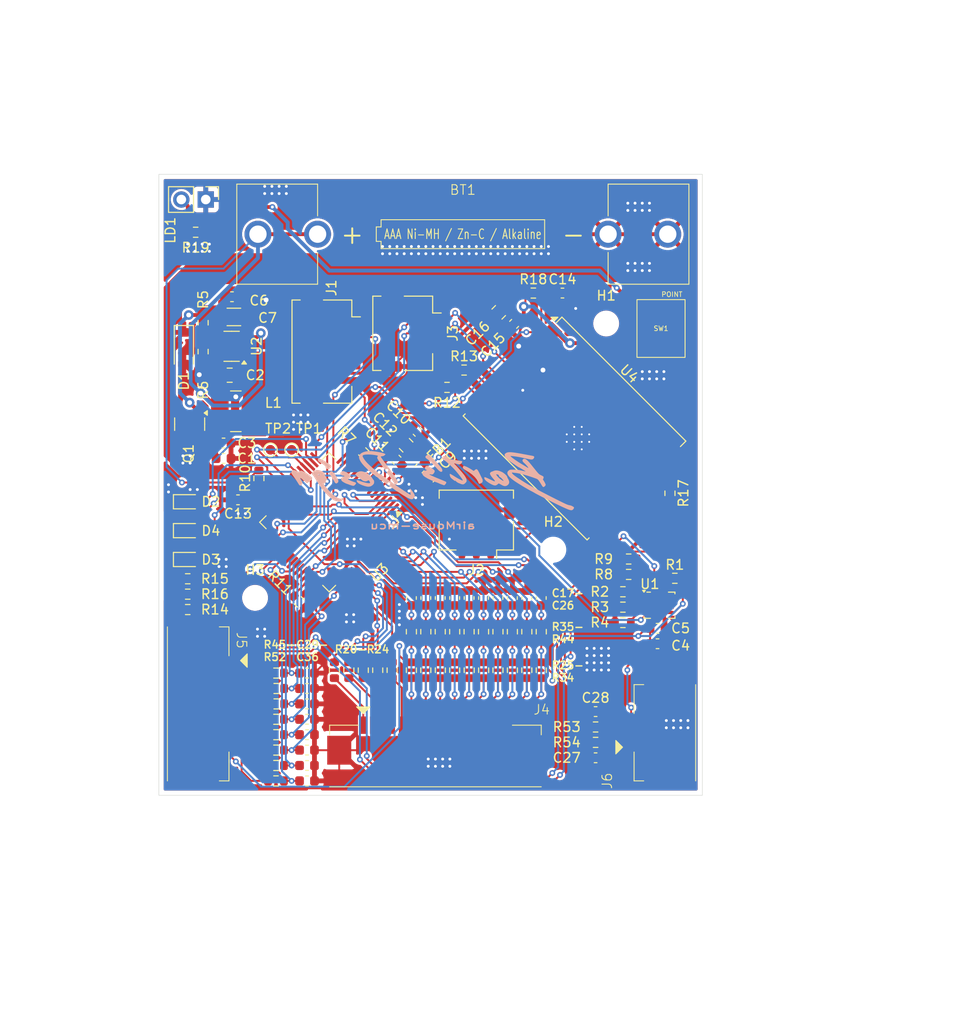
<source format=kicad_pcb>
(kicad_pcb (version 20241229) (generator "pcbnew") (generator_version "9.0")
  (title_block (title "EtherPointer mcu") (date "2025-02-15") (rev "RC1") (company "Bart's Design") (comment 1 "Bartosz Pracz"))
  (layers (0 "F.Cu" signal) (2 "B.Cu" signal) (13 "F.Paste" user) (15 "B.Paste" user) (5 "F.SilkS" user "F.Silkscreen") (7 "B.SilkS" user "B.Silkscreen") (1 "F.Mask" user) (3 "B.Mask" user) (25 "Edge.Cuts" user))
  (net 0 "")
  (net 1 "+3V3")
  (net 2 "/Keyboard/ROW1")
  (net 3 "/Keyboard/ROW2")
  (net 4 "/Keyboard/COL1")
  (net 5 "/Keyboard/COL2")
  (net 6 "/Keyboard/COL3")
  (net 7 "/Keyboard/COL4")
  (net 8 "/Keyboard/COL5")
  (net 9 "/Keyboard/COL6")
  (net 10 "/Keyboard/COL7")
  (net 11 "/Keyboard/COL8")
  (net 12 "/Keyboard/KEY_ROW3")
  (net 13 "/Keyboard/COL9")
  (net 14 "/Keyboard/KEY_ROW2")
  (net 15 "/Keyboard/KEY_ROW4")
  (net 16 "/Keyboard/KEY_ROW5")
  (net 17 "/Keyboard/KEY_ROW1")
  (net 18 "/Keyboard/COL10")
  (net 19 "/Keyboard/ROW3")
  (net 20 "/Keyboard/ROW4")
  (net 21 "/Keyboard/ROW5")
  (net 22 "Net-(U3-VREF+)")
  (net 23 "/ADC")
  (net 24 "Net-(D2-K)")
  (net 25 "Net-(D3-K)")
  (net 26 "Net-(D4-K)")
  (net 28 "Net-(U1-CS)")
  (net 29 "Net-(U1-SDO{slash}SA0)")
  (net 30 "Net-(U4-IO8)")
  (net 31 "Net-(U4-IO2)")
  (net 32 "Net-(SW1-A)")
  (net 61 "/mouse/LMB")
  (net 62 "/mouse/MMB")
  (net 63 "/mouse/RMB")
  (net 64 "/mouse/SCRLUP")
  (net 65 "/mouse/SCRLDN")
  (net 66 "/mouse/FWD")
  (net 67 "/mouse/BACK")
  (net 68 "/mouse/DPI")
  (net 69 "/mouse/PRECISION")
  (net 70 "/mouse/HOME")
  (net 71 "/mouse/MOUSE_RB")
  (net 72 "/mouse/MOUSE_MB")
  (net 73 "/mouse/MOUSE_LB")
  (net 74 "/mouse/MOUSE_UP")
  (net 75 "/mouse/MOUSE_DN")
  (net 76 "/mouse/MOUSE_FWD")
  (net 77 "/mouse/MOUSE_BACK")
  (net 78 "/mouse/MOUSE_DPI")
  (net 79 "/mouse/MOUSE_PRC")
  (net 80 "/mouse/MOUSE_HOME")
  (net 83 "/BAT-")
  (net 84 "/BAT+")
  (net 85 "/COL6")
  (net 86 "/COL10")
  (net 87 "/COL9")
  (net 88 "/COL8")
  (net 89 "/COL7")
  (net 90 "/COL5")
  (net 91 "/COL4")
  (net 92 "/COL3")
  (net 93 "/COL2")
  (net 94 "/COL1")
  (net 95 "/ESP_EN")
  (net 96 "/FB")
  (net 97 "GND")
  (net 98 "/SW")
  (net 99 "/CONN")
  (net 100 "/LOW_BAT")
  (net 101 "/AT_MCU_RX")
  (net 102 "/AT_MCU_TX")
  (net 103 "/PRG_ESP_RX")
  (net 104 "/PRG_ESP_TX")
  (net 105 "/RST")
  (net 106 "/SWDCLK")
  (net 107 "/SWDIO")
  (net 108 "Net-(LD1-A)")
  (net 109 "/SDA")
  (net 110 "/SCL")
  (net 111 "/STBY")
  (net 112 "/ESP_BOOT")
  (net 113 "/GYRO_INT")
  (net 114 "/SCX")
  (net 115 "/SDX")
  (net 116 "/DBG_TX")
  (net 117 "/DBR_RX")
  (footprint "Capacitor_SMD:C_0603_1608Metric" (layer "F.Cu") (at 133.75 124.018599 90)
    (property "Reference" "C22" (hide yes))
    (property "Value" "100n")
  )
  (footprint "Resistor_SMD:R_0603_1608Metric" (layer "F.Cu") (at 129.26 131.518599 -90)
    (property "Reference" "R32" (hide yes))
    (property "Value" "10k")
  )
  (footprint "airMouseLib:TL3315NF100Q" (layer "F.Cu") (at 152.2 96.018599)
    (property "Reference" "SW1")
    (property "Value" "KEY")
  )
  (footprint "Resistor_SMD:R_0603_1608Metric" (layer "F.Cu") (at 153.129325 113.137264 90)
    (property "Reference" "R17")
    (property "Value" "10k")
  )
  (footprint "Resistor_SMD:R_0603_1608Metric" (layer "F.Cu") (at 139.75 131.518599 -90)
    (property "Reference" "R25" (hide yes))
    (property "Value" "10k")
  )
  (footprint "Capacitor_SMD:C_0603_1608Metric" (layer "F.Cu") (at 151.8375 128.768599)
    (property "Reference" "C4")
    (property "Value" "100n")
  )
  (footprint "airMouseLib:L_Ferrocore_DLG-0403" (layer "F.Cu") (at 108 104.618599)
    (property "Reference" "L1")
    (property "Value" "4u7")
  )
  (footprint "Resistor_SMD:R_0603_1608Metric" (layer "F.Cu") (at 136.75 131.518599 -90)
    (property "Reference" "R27" (hide yes))
    (property "Value" "10k")
  )
  (footprint "Resistor_SMD:R_0603_1608Metric" (layer "F.Cu") (at 112.175 136.618599)
    (property "Reference" "R49" (hide yes))
    (property "Value" "10k")
  )
  (footprint "Resistor_SMD:R_0603_1608Metric" (layer "F.Cu") (at 133.75 127.518599 90)
    (property "Reference" "R39" (hide yes))
    (property "Value" "10k")
  )
  (footprint "Resistor_SMD:R_0603_1608Metric" (layer "F.Cu") (at 135.25 131.518599 -90)
    (property "Reference" "R28" (hide yes))
    (property "Value" "10k")
  )
  (footprint "airMouseLib:BC-0401" (layer "F.Cu") (at 131.6 86.218599)
    (property "Reference" "BT1")
    (property "Value" "BC-0401")
  )
  (footprint "Resistor_SMD:R_0603_1608Metric" (layer "F.Cu") (at 148.2375 126.568599 180)
    (property "Reference" "R4")
    (property "Value" "0R")
  )
  (footprint "Resistor_SMD:R_0603_1608Metric" (layer "F.Cu") (at 127.75 131.518599 -90)
    (property "Reference" "R33" (hide yes))
    (property "Value" "10k")
  )
  (footprint "Resistor_SMD:R_0603_1608Metric" (layer "F.Cu") (at 103.825 86.018599)
    (property "Reference" "R19")
    (property "Value" "0R")
  )
  (footprint "Resistor_SMD:R_0603_1608Metric" (layer "F.Cu") (at 129.25 127.518599 90)
    (property "Reference" "R42" (hide yes))
    (property "Value" "10k")
  )
  (footprint "Resistor_SMD:R_0603_1608Metric" (layer "F.Cu") (at 145.4 137.418599 180)
    (property "Reference" "R53")
    (property "Value" "10k")
  )
  (footprint "Resistor_SMD:R_0603_1608Metric" (layer "F.Cu") (at 112.175 139.818599)
    (property "Reference" "R47" (hide yes))
    (property "Value" "10k")
  )
  (footprint "Resistor_SMD:R_0603_1608Metric" (layer "F.Cu") (at 121.303286 108.947547 -45)
    (property "Reference" "R7")
    (property "Value" "10k")
  )
  (footprint "Capacitor_SMD:C_0603_1608Metric" (layer "F.Cu") (at 129.25 124.018599 90)
    (property "Reference" "C19" (hide yes))
    (property "Value" "100n")
  )
  (footprint "Resistor_SMD:R_0603_1608Metric" (layer "F.Cu") (at 131.729325 100.337264)
    (property "Reference" "R13")
    (property "Value" "10k")
  )
  (footprint "Capacitor_SMD:C_0603_1608Metric" (layer "F.Cu") (at 128.25 111.5 45)
    (property "Reference" "C9")
    (property "Value" "100n")
  )
  (footprint "RF_Module:ESP32-C3-WROOM-02U" (layer "F.Cu") (at 143.029325 106.587264 -45)
    (property "Reference" "U4")
    (property "Value" "ESP32-C3-WROOM-02U")
  )
  (footprint "Capacitor_SMD:C_0603_1608Metric" (layer "F.Cu") (at 115.4 133.418599)
    (property "Reference" "C30" (hide yes))
    (property "Value" "100n")
  )
  (footprint "Capacitor_SMD:C_0603_1608Metric" (layer "F.Cu") (at 145.4 140.618599)
    (property "Reference" "C27")
    (property "Value" "100n")
  )
  (footprint "Capacitor_SMD:C_0603_1608Metric" (layer "F.Cu") (at 115.4 131.818599)
    (property "Reference" "C29" (hide yes))
    (property "Value" "100n")
  )
  (footprint "Resistor_SMD:R_0603_1608Metric" (layer "F.Cu") (at 130.75 127.518599 90)
    (property "Reference" "R41" (hide yes))
    (property "Value" "10k")
  )
  (footprint "Capacitor_SMD:C_0603_1608Metric" (layer "F.Cu") (at 106.725 109.518599)
    (property "Reference" "C1")
    (property "Value" "1u")
  )
  (footprint "Resistor_SMD:R_0603_1608Metric" (layer "F.Cu") (at 148.8375 121.568599)
    (property "Reference" "R8")
    (property "Value" "4k7")
  )
  (footprint "Resistor_SMD:R_0603_1608Metric" (layer "F.Cu") (at 103 122.018599)
    (property "Reference" "R15")
    (property "Value" "2k2")
  )
  (footprint "Resistor_SMD:R_0603_1608Metric" (layer "F.Cu") (at 132.26 131.518599 -90)
    (property "Reference" "R30" (hide yes))
    (property "Value" "10k")
  )
  (footprint "Resistor_SMD:R_0603_1608Metric" (layer "F.Cu") (at 132.25 127.518599 90)
    (property "Reference" "R40" (hide yes))
    (property "Value" "10k")
  )
  (footprint "Resistor_SMD:R_0603_1608Metric" (layer "F.Cu") (at 112.2 135.018599)
    (property "Reference" "R50" (hide yes))
    (property "Value" "10k")
  )
  (footprint "airMouseLib:JST_ZH_S3B-ZR-SM4A-TF_1x03-1MP_P1.50mm_Horizontal" (layer "F.Cu") (at 126.35 96.518599 -90)
    (property "Reference" "J3")
    (property "Value" "AT")
  )
  (footprint "Capacitor_SMD:C_0603_1608Metric" (layer "F.Cu") (at 106.725 107.918599)
    (property "Reference" "C3")
    (property "Value" "100n")
  )
  (footprint "Capacitor_SMD:C_0603_1608Metric" (layer "F.Cu") (at 127.75 124.018599 90)
    (property "Reference" "C18" (hide yes))
    (property "Value" "100n")
  )
  (footprint "Resistor_SMD:R_0603_1608Metric" (layer "F.Cu") (at 126.25 131.518599 -90)
    (property "Reference" "R34" (hide yes))
    (property "Value" "10k")
  )
  (footprint "Resistor_SMD:R_0603_1608Metric" (layer "F.Cu") (at 148.8375 119.968599)
    (property "Reference" "R9")
    (property "Value" "4k7")
  )
  (footprint "Capacitor_SMD:C_0603_1608Metric" (layer "F.Cu") (at 108.225 113.818599 180)
    (property "Reference" "C13")
    (property "Value" "100n")
  )
  (footprint "airMouseLib:DS1020-07-10VBT1A-R" (layer "F.Cu") (at 107.2875 135.018599 -90)
    (property "Reference" "J5")
    (property "Value" "DS1020-07-10VBT1A-R")
  )
  (footprint "airMouseLib:DS1020-07-16VBT1A-R" (layer "F.Cu") (at 128.75 137.231099)
    (property "Reference" "J4")
    (property "Value" "DS1020-07-16VBT1A-R")
  )
  (footprint "Resistor_SMD:R_0603_1608Metric" (layer "F.Cu") (at 135.25 127.518599 90)
    (property "Reference" "R38" (hide yes))
    (property "Value" "10k")
  )
  (footprint "Capacitor_SMD:C_0603_1608Metric" (layer "F.Cu") (at 139.75 124.018599 90)
    (property "Reference" "C26" (hide yes))
    (property "Value" "100n")
  )
  (footprint "Resistor_SMD:R_0603_1608Metric" (layer "F.Cu") (at 121.25 131.518599 -90)
    (property "Reference" "R22" (hide yes))
    (property "Value" "100R")
  )
  (footprint "Resistor_SMD:R_0603_1608Metric" (layer "F.Cu") (at 112.175 143.018599)
    (property "Reference" "R45" (hide yes))
    (property "Value" "10k")
  )
  (footprint "Capacitor_SMD:C_0805_2012Metric" (layer "F.Cu") (at 125.703286 108.147547 135)
    (property "Reference" "C12")
    (property "Value" "4u7")
  )
  (footprint "LED_SMD:LED_0603_1608Metric" (layer "F.Cu") (at 103 120.018599)
    (property "Reference" "D3")
    (property "Value" "LOW_BAT")
  )
  (footprint "Resistor_SMD:R_0603_1608Metric" (layer "F.Cu") (at 138.25 131.518599 -90)
    (property "Reference" "R26" (hide yes))
    (property "Value" "10k")
  )
  (footprint "Resistor_SMD:R_0603_1608Metric" (layer "F.Cu") (at 130.75 131.518599 -90)
    (property "Reference" "R31" (hide yes))
    (property "Value" "10k")
  )
  (footprint "Resistor_SMD:R_0603_1608Metric" (layer "F.Cu") (at 148.2375 123.368599 180)
    (property "Reference" "R2")
    (property "Value" "10k")
  )
  (footprint "Resistor_SMD:R_0603_1608Metric" (layer "F.Cu") (at 145.4 139.018599 180)
    (property "Reference" "R54")
    (property "Value" "10k")
  )
  (footprint "Resistor_SMD:R_0603_1608Metric" (layer "F.Cu") (at 148.2375 124.968599 180)
    (property "Reference" "R3")
    (property "Value" "0R")
  )
  (footprint "Package_TO_SOT_SMD:SOT-23" (layer "F.Cu") (at 103.2 105.956099 -90)
    (property "Reference" "Q1")
    (property "Value" "IRLML6346")
  )
  (footprint "Resistor_SMD:R_0603_1608Metric" (layer "F.Cu") (at 114.6 124.418599 -45)
    (property "Reference" "R11")
    (property "Value" "10k")
  )
  (footprint "Resistor_SMD:R_0603_1608Metric" (layer "F.Cu") (at 103 123.618599)
    (property "Reference" "R16")
    (property "Value" "2k2")
  )
  (footprint "Capacitor_SMD:C_1206_3216Metric" (layer "F.Cu") (at 107.8 94.818599)
    (property "Reference" "C7")
    (property "Value" "10u")
  )
  (footprint "Capacitor_SMD:C_0603_1608Metric" (layer "F.Cu") (at 115.4 138.218599)
    (property "Reference" "C33" (hide yes))
    (property "Value" "100n")
  )
  (footprint "Resistor_SMD:R_0603_1608Metric" (layer "F.Cu") (at 133.76 131.518599 -90)
    (property "Reference" "R29" (hide yes))
    (property "Value" "10k")
  )
  (footprint "Resistor_SMD:R_0603_1608Metric" (layer "F.Cu") (at 103 125.218599)
    (property "Reference" "R14")
    (property "Value" "2k2")
  )
  (footprint "Diode_SMD:D_SOD-123" (layer "F.Cu") (at 102.6 98.068599 -90)
    (property "Reference" "D1")
    (property "Value" "MBR0530")
  )
  (footprint "Resistor_SMD:R_0603_1608Metric" (layer "F.Cu") (at 129.954325 102.137264)
    (property "Reference" "R12")
    (property "Value" "10k")
  )
  (footprint "airMouseLib:DS1020-07-4VBT1A-R" (layer "F.Cu") (at 149.4 138.018599 90)
    (property "Reference" "J6")
    (property "Value" "DS1020-07-4VBT1A-R")
  )
  (footprint "Resistor_SMD:R_0603_1608Metric" (layer "F.Cu") (at 110.4 111.593599 90)
    (property "Reference" "R10")
    (property "Value" "1k")
  )
  (footprint "Package_TO_SOT_SMD:SOT-23-6" (layer "F.Cu") (at 107.5625 97.868599 180)
    (property "Reference" "U2")
    (property "Value" "MCP1640CT-I/CHY")
  )
  (footprint "Resistor_SMD:R_0603_1608Metric" (layer "F.Cu") (at 122.75 131.518599 -90)
    (property "Reference" "R21" (hide yes))
    (property "Value" "100R")
  )
  (footprint "Resistor_SMD:R_0603_1608Metric" (layer "F.Cu") (at 119.75 131.518599 -90)
    (property "Reference" "R23" (hide yes))
    (property "Value" "100R")
  )
  (footprint "Capacitor_SMD:C_0603_1608Metric" (layer "F.Cu") (at 136.75 124.018599 90)
    (property "Reference" "C24" (hide yes))
    (property "Value" "100n")
  )
  (footprint "Resistor_SMD:R_0603_1608Metric" (layer "F.Cu") (at 112.175 138.218599)
    (property "Reference" "R48" (hide yes))
    (property "Value" "10k")
  )
  (footprint "Resistor_SMD:R_0603_1608Metric" (layer "F.Cu") (at 112.2 133.418599)
    (property "Reference" "R51" (hide yes))
    (property "Value" "10k")
  )
  (footprint "Capacitor_SMD:C_0603_1608Metric" (layer "F.Cu") (at 145.4 135.818599)
    (property "Reference" "C28")
    (property "Value" "100n")
  )
  (footprint "Capacitor_SMD:C_0603_1608Metric" (layer "F.Cu") (at 136.929325 95.537264 -135)
    (property "Reference" "C15")
    (property "Value" "100n")
  )
  (footprint "Capacitor_SMD:C_0603_1608Metric" (layer "F.Cu") (at 135.25 124.018599 90)
    (property "Reference" "C23" (hide yes))
    (property "Value" "100n")
  )
  (footprint "Capacitor_SMD:C_0805_2012Metric" (layer "F.Cu") (at 135.329325 94.337264 -135)
    (property "Reference" "C16")
    (property "Value" "10u")
  )
  (footprint "Resistor_SMD:R_0603_1608Metric" (layer "F.Cu") (at 138.25 127.518599 90)
    (property "Reference" "R36" (hide yes))
    (property "Value" "10k")
  )
  (footprint "Resistor_SMD:R_0603_1608Metric" (layer "F.Cu") (at 104.6 95.418599 -90)
    (property "Reference" "R5")
    (property "Value" "976k")
  )
  (footprint "MountingHole:MountingHole_2.2mm_M2_ISO14580" (layer "F.Cu") (at 141 119)
    (property "Reference" "H2")
    (property "Value" "MountingHole")
  )
  (footprint "Capacitor_SMD:C_0603_1608Metric" (layer "F.Cu") (at 124.703286 109.647547 135)
    (property "Reference" "C11")
    (property "Value" "100n")
  )
  (footprint "Capacitor_SMD:C_0603_1608Metric" (layer "F.Cu") (at 115.4 135.018599)
    (property "Reference" "C31" (hide yes))
    (property "Value" "100n")
  )
  (footprint "Capacitor_SMD:C_0603_1608Metric" (layer "F.Cu") (at 126.903286 106.747547 135)
    (property "Reference" "C10")
    (property "Value" "1u")
  )
  (footprint "Resistor_SMD:R_0603_1608Metric" (layer "F.Cu") (at 139.75 127.518599 90)
    (property "Reference" "R35" (hide yes))
    (property "Value" "10k")
  )
  (footprint "Resistor_SMD:R_0603_1608Metric" (layer "F.Cu") (at 104.6 98.418599 -90)
    (property "Reference" "R6")
    (property "Value" "562k")
  )
  (footprint "Connector_PinHeader_2.54mm:PinHeader_1x02_P2.54mm_Vertical" (layer "F.Cu") (at 104.875 82.618599 -90)
    (property "Reference" "LD1")
    (property "Value" "70115420")
  )
  (footprint "Package_QFP:LQFP-64_10x10mm_P0.5mm" (layer "F.Cu") (at 117.703286 116.147547 -135)
    (property "Reference" "U3")
    (property "Value" "STM32G071RBTx")
  )
  (footprint "Resistor_SMD:R_0603_1608Metric" (layer "F.Cu") (at 124.25 131.518599 -90)
    (property "Reference" "R20" (hide yes))
    (property "Value" "100R")
  )
  (footprint "TestPoint:TestPoint_Pad_D1.0mm" (layer "F.Cu") (at 111.6 108.618599 -90)
    (property "Reference" "TP2")
    (property "Value" "DBG_RX")
  )
  (footprint "TestPoint:TestPoint_Pad_D1.0mm" (layer "F.Cu") (at 113.8 108.618599 -90)
    (property "Reference" "TP1")
    (property "Value" "DBG_TX")
  )
  (footprint "Capacitor_SMD:C_0805_2012Metric" (layer "F.Cu") (at 107.3625 100.868599)
    (property "Reference" "C2")
    (property "Value" "4u7")
  )
  (footprint "Capacitor_SMD:C_0603_1608Metric" (layer "F.Cu") (at 127.103286 110.547547 -135)
    (property "Reference" "FB1")
    (property "Value" "600R @ 100M")
  )
  (footprint "Resistor_SMD:R_0603_1608Metric" (layer "F.Cu") (at 153.6375 121.968599 180)
    (property "Reference" "R1")
    (property "Value" "10k")
  )
  (footprint "LED_SMD:LED_0603_1608Metric" (layer "F.Cu") (at 103 117.018599)
    (property "Reference" "D4")
    (property "Value" "STBY")
  )
  (footprint "Resistor_SMD:R_0603_1608Metric" (layer "F.Cu") (at 136.75 127.518599 90)
    (property "Reference" "R37" (hide yes))
    (property "Value" "10k")
  )
  (footprint "Capacitor_SMD:C_0603_1608Metric" (layer "F.Cu") (at 115.4 136.618599)
    (property "Reference" "C32" (hide yes))
    (property "Value" "100n")
  )
  (footprint "Capacitor_SMD:C_0603_1608Metric" (layer "F.Cu") (at 115.4 141.418599)
    (property "Reference" "C35" (hide yes))
    (property "Value" "100n")
  )
  (footprint "Capacitor_SMD:C_0603_1608Metric" (layer "F.Cu") (at 126.25 124.018599 90)
    (property "Reference" "C17" (hide yes))
    (property "Value" "100n")
  )
  (footprint "Resistor_SMD:R_0603_1608Metric" (layer "F.Cu") (at 138.929325 92.337264)
    (property "Reference" "R18")
    (property "Value" "10k")
  )
  (footprint "Capacitor_SMD:C_0603_1608Metric" (layer "F.Cu") (at 151.8375 127.168599)
    (property "Reference" "C5")
    (property "Value" "100n")
  )
  (footprint "Package_LGA:LGA-14_3x2.5mm_P0.5mm_LayoutBorder3x4y" (layer "F.Cu") (at 152.0375 124.768599)
    (property "Reference" "U1")
    (property "Value" "LSM6DS3TR-C")
  )
  (footprint "Resistor_SMD:R_0603_1608Metric" (layer "F.Cu") (at 112.175 141.418599)
    (property "Reference" "R46" (hide yes))
    (property "Value" "10k")
  )
  (footprint "Resistor_SMD:R_0603_1608Metric" (layer "F.Cu") (at 126.25 127.518599 90)
    (property "Reference" "R44" (hide yes))
    (property "Value" "10k")
  )
  (footprint "airMouseLib:JST_ZH_S5B-ZR-SM4A-TF_1x05-1MP_P1.50mm_Horizontal" (layer "F.Cu") (at 117.95 98.418599 -90)
    (property "Reference" "J1")
    (property "Value" "MCU_PRG")
  )
  (footprint "MountingHole:MountingHole_2.2mm_M2_ISO14580" (layer "F.Cu") (at 146.5 95.5)
    (property "Reference" "H1")
    (property "Value" "MountingHole")
  )
  (footprint "Resistor_SMD:R_0603_1608Metric" (layer "F.Cu") (at 118.25 131.518599 -90)
    (property "Reference" "R24" (hide yes))
    (property "Value" "100R")
  )
  (footprint "MountingHole:MountingHole_2.2mm_M2_ISO14580" (layer "F.Cu") (at 110 124)
    (property "Reference" "H3")
    (property "Value" "MountingHole")
  )
  (footprint "LED_SMD:LED_0603_1608Metric" (layer "F.Cu") (at 103 114.018599)
    (property "Reference" "D2")
    (property "Value" "BT")
  )
  (footprint "Capacitor_SMD:C_0603_1608Metric" (layer "F.Cu") (at 115.4 139.818599)
    (property "Reference" "C34" (hide yes))
    (property "Value" "100n")
  )
  (footprint "Capacitor_SMD:C_0603_1608Metric" (layer "F.Cu") (at 130.75 124.018599 90)
    (property "Reference" "C20" (hide yes))
    (property "Value" "100n")
  )
  (footprint "Resistor_SMD:R_0603_1608Metric" (layer "F.Cu") (at 127.75 127.518599 90)
    (property "Reference" "R43" (hide yes))
    (property "Value" "10k")
  )
  (footprint "Capacitor_SMD:C_0603_1608Metric" (layer "F.Cu") (at 132.25 124.018599 90)
    (property "Reference" "C21" (hide yes))
    (property "Value" "100n")
  )
  (footprint "Capacitor_SMD:C_0603_1608Metric" (layer "F.Cu") (at 138.25 124.018599 90)
    (property "Reference" "C25" (hide yes))
    (property "Value" "100n")
  )
  (footprint "Capacitor_SMD:C_0603_1608Metric" (layer "F.Cu") (at 107.6 92.718599)
    (property "Reference" "C6")
    (property "Value" "100n")
  )
  (footprint "Capacitor_SMD:C_0603_1608Metric" (layer "F.Cu") (at 141.954325 92.337264)
    (property "Reference" "C14")
    (property "Value" "1u")
  )
  (footprint "Capacitor_SMD:C_0603_1608Metric" (layer "F.Cu") (at 115.4 143.018599)
    (property "Reference" "C36" (hide yes))
    (property "Value" "100n")
  )
  (footprint "airMouseLib:JST_ZH_S3B-ZR-SM4A-TF_1x03-1MP_P1.50mm_Horizontal" (layer "F.Cu") (at 133 116.918599 180)
    (property "Reference" "J2")
    (property "Value" "RADIO_PRG")
  )
  (footprint "Resistor_SMD:R_0603_1608Metric" (layer "F.Cu") (at 112.175 131.818599)
    (property "Reference" "R52" (hide yes))
    (property "Value" "10k")
  )
  (footprint "airMouseLib:Bart's Design 30mm" (layer "B.Cu") (at 128.303286 111.747547 180)
    (property "Reference" "Logo1" (hide yes))
    (property "Value" "~" (hide yes))
  )
  (gr_rect (start 100 80) (end 156.5 144.518599) (stroke (width 0.05)) (fill no) (layer "Edge.Cuts"))
  (gr_text "R20-R24" (at 118.2 129.818599 0) (layer "F.SilkS") (effects (font (size 0.8 0.8)) (justify left bottom)))
  (gr_text "C29-\nC36" (at 114.2 130.618599 0) (layer "F.SilkS") (effects (font (size 0.8 0.8)) (justify left bottom)))
  (gr_text "R45-\nR52" (at 110.8 130.618599 0) (layer "F.SilkS") (effects (font (size 0.8 0.8)) (justify left bottom)))
  (gr_text "R35-\nR44" (at 140.75 128.768599 0) (layer "F.SilkS") (effects (font (size 0.8 0.8)) (justify left bottom)))
  (gr_text "C17-\nC26" (at 140.75 125.268599 0) (layer "F.SilkS") (effects (font (size 0.8 0.8)) (justify left bottom)))
  (gr_text "R25-\nR34" (at 140.75 132.768599 0) (layer "F.SilkS") (effects (font (size 0.8 0.8)) (justify left bottom)))
  (gr_text "airMouse-mcu" (at 133 116.918599 0) (layer "B.SilkS") (effects (font (size 0.7 1)) (justify left bottom mirror)))
  (segment (start 148.7875 119.193599) (end 151.6875 119.193599) (width 0.2) (layer "F.Cu") (net 1))
  (segment (start 154.4625 124.619031) (end 154.4625 121.968599) (width 0.2) (layer "F.Cu") (net 1))
  (segment (start 125.693599 130.693599) (end 126.25 130.693599) (width 0.2) (layer "F.Cu") (net 1))
  (segment (start 151.5375 125.681099) (end 151.5375 126.693599) (width 0.2) (layer "F.Cu") (net 1))
  (segment (start 125 130) (end 125.693599 130.693599) (width 0.2) (layer "F.Cu") (net 1))
  (segment (start 129.129325 105.617524) (end 127.451294 107.295555) (width 0.4) (layer "F.Cu") (net 1))
  (segment (start 153.129325 113.962264) (end 153.129325 114.851774) (width 0.4) (layer "F.Cu") (net 1))
  (segment (start 126.375037 108.819298) (end 126.471053 108.819298) (width 0.2) (layer "F.Cu") (net 1))
  (segment (start 125.251294 110.195555) (end 125.251294 109.943041) (width 0.3) (layer "F.Cu") (net 1))
  (segment (start 129.129325 102.112264) (end 130.904325 100.337264) (width 0.4) (layer "F.Cu") (net 1))
  (segment (start 153.562932 125.518599) (end 154.4625 124.619031) (width 0.2) (layer "F.Cu") (net 1))
  (segment (start 123.471052 112.147547) (end 123.903286 112.147547) (width 0.2) (layer "F.Cu") (net 1))
  (segment (start 107.2875 140.2875) (end 108 141) (width 0.2) (layer "F.Cu") (net 1))
  (segment (start 125.251294 110.195555) (end 125.251294 110.296595) (width 0.3) (layer "F.Cu") (net 1))
  (segment (start 120.719923 108.364184) (end 123.799852 105.284255) (width 0.3) (layer "F.Cu") (net 1))
  (segment (start 107.2875 139.518599) (end 107.2875 140.2875) (width 0.2) (layer "F.Cu") (net 1))
  (segment (start 125.251294 109.943041) (end 126.375037 108.819298) (width 0.3) (layer "F.Cu") (net 1))
  (segment (start 103.1 94.618599) (end 104.575 94.618599) (width 0.4) (layer "F.Cu") (net 1))
  (segment (start 154.707678 108.578254) (end 154.707678 112.383911) (width 0.4) (layer "F.Cu") (net 1))
  (segment (start 148.7 131.131099) (end 148.7 131.5) (width 0.2) (layer "F.Cu") (net 1))
  (segment (start 153.95 98.243599) (end 153.95 101.95) (width 0.4) (layer "F.Cu") (net 1))
  (segment (start 151.5375 126.693599) (end 151.0625 127.168599) (width 0.2) (layer "F.Cu") (net 1))
  (segment (start 142.464606 97.537264) (end 141.084781 96.157439) (width 0.4) (layer "F.Cu") (net 1))
  (segment (start 136.001076 93.665513) (end 136.15359 93.665513) (width 0.4) (layer "F.Cu") (net 1))
  (segment (start 137.477333 94.989256) (end 137.929325 94.537264) (width 0.4) (layer "F.Cu") (net 1))
  (segment (start 107.4375 97.279861) (end 107.4375 95.931099) (width 0.3) (layer "F.Cu") (net 1))
  (segment (start 127.451294 107.295555) (end 127.451294 107.743041) (width 0.3) (layer "F.Cu") (net 1))
  (segment (start 148.0125 119.968599) (end 148.7875 119.193599) (width 0.2) (layer "F.Cu") (net 1))
  (segment (start 153.95 101.95) (end 151.014712 104.885288) (width 0.4) (layer "F.Cu") (net 1))
  (segment (start 127.451294 106.095555) (end 127.451294 107.295555) (width 0.3) (layer "F.Cu") (net 1))
  (segment (start 122.903286 111.301101) (end 122.903286 110.947547) (width 0.2) (layer "F.Cu") (net 1))
  (segment (start 153.2 125.518599) (end 153.562932 125.518599) (width 0.2) (layer "F.Cu") (net 1))
  (segment (start 121.892894 112.311493) (end 122.903286 111.301101) (width 0.2) (layer "F.Cu") (net 1))
  (segment (start 119.6 91.843599) (end 107.7 91.843599) (width 0.4) (layer "F.Cu") (net 1))
  (segment (start 129.129325 102.137264) (end 129.129325 105.617524) (width 0.4) (layer "F.Cu") (net 1))
  (segment (start 138.104325 93.562264) (end 137.929325 93.737264) (width 0.2) (layer "F.Cu") (net 1))
  (segment (start 122.6 113.018599) (end 123.471052 112.147547) (width 0.2) (layer "F.Cu") (net 1))
  (segment (start 138.104325 92.337264) (end 138.104325 93.562264) (width 0.2) (layer "F.Cu") (net 1))
  (segment (start 130.904325 97.171272) (end 134.410084 93.665513) (width 0.4) (layer "F.Cu") (net 1))
  (segment (start 134.410084 93.665513) (end 136.001076 93.665513) (width 0.4) (layer "F.Cu") (net 1))
  (segment (start 151.0625 128.768599) (end 148.7 131.131099) (width 0.2) (layer "F.Cu") (net 1))
  (segment (start 129.129325 102.137264) (end 129.129325 102.112264) (width 0.4) (layer "F.Cu") (net 1))
  (segment (start 104.15 104.668599) (end 103.2 103.718599) (width 0.4) (layer "F.Cu") (net 1))
  (segment (start 150.6375 127.168599) (end 149.8375 127.968599) (width 0.2) (layer "F.Cu") (net 1))
  (segment (start 137.929325 94.537264) (end 137.929325 93.737264) (width 0.4) (layer "F.Cu") (net 1))
  (segment (start 149.1 135.4) (end 149.1 136.218599) (width 0.2) (layer "F.Cu") (net 1))
  (segment (start 143.666688 97.537264) (end 151.014712 104.885288) (width 0.4) (layer "F.Cu") (net 1))
  (segment (start 134.179162 91.843599) (end 119.6 91.843599) (width 0.4) (layer "F.Cu") (net 1))
  (segment (start 136.15359 93.665513) (end 137.477333 94.989256) (width 0.4) (layer "F.Cu") (net 1))
  (segment (start 126.25 130.693599) (end 139.75 130.693599) (width 0.2) (layer "F.Cu") (net 1))
  (segment (start 106.325 93.218599) (end 106.825 92.718599) (width 0.3) (layer "F.Cu") (net 1))
  (segment (start 123.799852 105.284255) (end 126.639994 105.284255) (width 0.3) (layer "F.Cu") (net 1))
  (segment (start 151.014712 104.885288) (end 154.707678 108.578254) (width 0.4) (layer "F.Cu") (net 1))
  (segment (start 107.7 91.843599) (end 106.825 92.718599) (width 0.4) (layer "F.Cu") (net 1))
  (segment (start 104.15 105.018599) (end 104.15 104.668599) (width 0.4) (layer "F.Cu") (net 1))
  (segment (start 153.95 93.793599) (end 153.95 98.243599) (width 0.4) (layer "F.Cu") (net 1))
  (segment (start 125.251294 110.296595) (end 123.903286 111.644603) (width 0.3) (layer "F.Cu") (net 1))
  (segment (start 106.848762 97.868599) (end 107.4375 97.279861) (width 0.3) (layer "F.Cu") (net 1))
  (segment (start 106.425 97.868599) (end 106.848762 97.868599) (width 0.3) (layer "F.Cu") (net 1))
  (segment (start 130.904325 100.337264) (end 130.904325 97.171272) (width 0.4) (layer "F.Cu") (net 1))
  (segment (start 139.75 130.693599) (end 140.9 131.843599) (width 0.2) (layer "F.Cu") (net 1))
  (segment (start 119.6 95.418599) (end 119.6 91.843599) (width 0.2) (layer "F.Cu") (net 1))
  (segment (start 142.729325 97.537264) (end 143.666688 97.537264) (width 0.4) (layer "F.Cu") (net 1))
  (segment (start 125 129) (end 125 130) (width 0.2) (layer "F.Cu") (net 1))
  (segment (start 151.0625 127.168599) (end 150.6375 127.168599) (width 0.2) (layer "F.Cu") (net 1))
  (segment (start 140.9 131.843599) (end 140.9 132.6) (width 0.2) (layer "F.Cu") (net 1))
  (segment (start 127.451294 107.743041) (end 126.375037 108.819298) (width 0.3) (layer "F.Cu") (net 1))
  (segment (start 136.001076 93.665513) (end 134.179162 91.843599) (width 0.4) (layer "F.Cu") (net 1))
  (segment (start 149.1 136.218599) (end 149.4 136.518599) (width 0.2) (layer "F.Cu") (net 1))
  (segment (start 151.6875 119.193599) (end 154.4625 121.968599) (width 0.2) (layer "F.Cu") (net 1))
  (segment (start 154.707678 112.383911) (end 153.129325 113.962264) (width 0.4) (layer "F.Cu") (net 1))
  (segment (start 151.0625 128.768599) (end 151.0625 127.168599) (width 0.2) (layer "F.Cu") (net 1))
  (segment (start 153.129325 114.851774) (end 148.0125 119.968599) (width 0.4) (layer "F.Cu") (net 1))
  (segment (start 142.729325 97.537264) (end 142.464606 97.537264) (width 0.4) (layer "F.Cu") (net 1))
  (segment (start 107.4375 95.931099) (end 106.325 94.818599) (width 0.3) (layer "F.Cu") (net 1))
  (segment (start 106.325 94.818599) (end 106.225 94.818599) (width 0.4) (layer "F.Cu") (net 1))
  (segment (start 104.575 94.618599) (end 104.6 94.593599) (width 0.4) (layer "F.Cu") (net 1))
  (segment (start 106.325 94.818599) (end 106.325 93.218599) (width 0.3) (layer "F.Cu") (net 1))
  (segment (start 126.639994 105.284255) (end 127.451294 106.095555) (width 0.3) (layer "F.Cu") (net 1))
  (segment (start 148.0125 119.968599) (end 148.0125 121.568599) (width 0.2) (layer "F.Cu") (net 1))
  (segment (start 123.903286 111.644603) (end 123.903286 112.147547) (width 0.3) (layer "F.Cu") (net 1))
  (segment (start 126.471053 108.819298) (end 127.651294 109.999539) (width 0.2) (layer "F.Cu") (net 1))
  (via (at 103.1 94.618599) (size 1) (drill 0.5) (layers "F.Cu" "B.Cu") (net 1))
  (via (at 137.929325 93.737264) (size 1) (drill 0.5) (layers "F.Cu" "B.Cu") (net 1))
  (via (at 140.9 132.6) (size 0.6) (drill 0.3) (layers "F.Cu" "B.Cu") (net 1))
  (via (at 148.7 131.5) (size 0.6) (drill 0.3) (layers "F.Cu" "B.Cu") (net 1))
  (via (at 142.729325 97.537264) (size 1) (drill 0.5) (layers "F.Cu" "B.Cu") (net 1))
  (via (at 103.2 103.718599) (size 1) (drill 0.5) (layers "F.Cu" "B.Cu") (net 1))
  (via (at 108 141) (size 0.6) (drill 0.3) (layers "F.Cu" "B.Cu") (net 1))
  (via (at 123.903286 112.147547) (size 0.6) (drill 0.3) (layers "F.Cu" "B.Cu") (net 1))
  (via (at 154.4625 124.619031) (size 0.6) (drill 0.3) (layers "F.Cu" "B.Cu") (net 1))
  (via (at 122.903286 110.947547) (size 0.6) (drill 0.3) (layers "F.Cu" "B.Cu") (net 1))
  (via (at 149.1 135.4) (size 0.6) (drill 0.3) (layers "F.Cu" "B.Cu") (net 1))
  (via (at 125 129) (size 0.6) (drill 0.3) (layers "F.Cu" "B.Cu") (net 1))
  (via (at 149.8375 127.968599) (size 0.6) (drill 0.3) (layers "F.Cu" "B.Cu") (net 1))
  (segment (start 122.903286 111.147547) (end 123.903286 112.147547) (width 0.2) (layer "B.Cu") (net 1))
  (segment (start 137.929325 93.737264) (end 138.929325 93.737264) (width 0.4) (layer "B.Cu") (net 1))
  (segment (start 124.5 138.4) (end 124.5 138) (width 0.2) (layer "B.Cu") (net 1))
  (segment (start 148.7 135) (end 149.1 135.4) (width 0.2) (layer "B.Cu") (net 1))
  (segment (start 119.281401 143.618599) (end 124.5 138.4) (width 0.2) (layer "B.Cu") (net 1))
  (segment (start 122.903286 110.947547) (end 122.903286 111.147547) (width 0.2) (layer "B.Cu") (net 1))
  (segment (start 140.9 132.6) (end 140.9 129.2) (width 0.2) (layer "B.Cu") (net 1))
  (segment (start 110.618599 143.618599) (end 119.281401 143.618599) (width 0.2) (layer "B.Cu") (net 1))
  (segment (start 138.929325 93.737264) (end 142.729325 97.537264) (width 0.4) (layer "B.Cu") (net 1))
  (segment (start 108 141) (end 110.618599 143.618599) (width 0.2) (layer "B.Cu") (net 1))
  (segment (start 102.2 102.718599) (end 102.2 95.518599) (width 0.4) (layer "B.Cu") (net 1))
  (segment (start 149.8375 127.968599) (end 151.112932 127.968599) (width 0.2) (layer "B.Cu") (net 1))
  (segment (start 124.5 138) (end 125 137.5) (width 0.2) (layer "B.Cu") (net 1))
  (segment (start 140.9 129.2) (end 142.131401 127.968599) (width 0.2) (layer "B.Cu") (net 1))
  (segment (start 102.2 95.518599) (end 103.1 94.618599) (width 0.4) (layer "B.Cu") (net 1))
  (segment (start 148.7 131.5) (end 148.7 135) (width 0.2) (layer "B.Cu") (net 1))
  (segment (start 125 137.5) (end 125 129) (width 0.2) (layer "B.Cu") (net 1))
  (segment (start 103.2 103.718599) (end 102.2 102.718599) (width 0.4) (layer "B.Cu") (net 1))
  (segment (start 142.131401 127.968599) (end 149.8375 127.968599) (width 0.2) (layer "B.Cu") (net 1))
  (segment (start 151.112932 127.968599) (end 154.4625 124.619031) (width 0.2) (layer "B.Cu") (net 1))
  (segment (start 125.25 133.343599) (end 124.25 132.343599) (width 0.2) (layer "F.Cu") (net 2))
  (segment (start 125.25 137.231099) (end 125.25 133.343599) (width 0.2) (layer "F.Cu") (net 2))
  (segment (start 124.25 137.231099) (end 124.25 133.843599) (width 0.2) (layer "F.Cu") (net 3))
  (segment (start 124.25 133.843599) (end 122.75 132.343599) (width 0.2) (layer "F.Cu") (net 3))
  (segment (start 139.75 129.518599) (end 139.75 128.343599) (width 0.2) (layer "F.Cu") (net 4))
  (segment (start 139.75 132.343599) (end 139.75 134.018599) (width 0.2) (layer "F.Cu") (net 4))
  (segment (start 135.25 136.131099) (end 135.3625 136.018599) (width 0.2) (layer "F.Cu") (net 4))
  (segment (start 135.25 137.231099) (end 135.25 136.131099) (width 0.2) (layer "F.Cu") (net 4))
  (segment (start 135.3625 136.018599) (end 137.75 136.018599) (width 0.2) (layer "F.Cu") (net 4))
  (segment (start 137.75 136.018599) (end 139.75 134.018599) (width 0.2) (layer "F.Cu") (net 4))
  (via (at 139.75 134.018599) (size 0.6) (drill 0.3) (layers "F.Cu" "B.Cu") (net 4))
  (via (at 139.75 129.518599) (size 0.6) (drill 0.3) (layers "F.Cu" "B.Cu") (net 4))
  (segment (start 139.75 134.018599) (end 139.75 129.518599) (width 0.2) (layer "B.Cu") (net 4))
  (segment (start 134.25 136.131099) (end 134.7625 135.618599) (width 0.2) (layer "F.Cu") (net 5))
  (segment (start 136.65 135.618599) (end 138.25 134.018599) (width 0.2) (layer "F.Cu") (net 5))
  (segment (start 138.25 129.518599) (end 138.25 128.343599) (width 0.2) (layer "F.Cu") (net 5))
  (segment (start 134.25 137.231099) (end 134.25 136.131099) (width 0.2) (layer "F.Cu") (net 5))
  (segment (start 134.7625 135.618599) (end 136.65 135.618599) (width 0.2) (layer "F.Cu") (net 5))
  (segment (start 138.25 134.018599) (end 138.25 132.343599) (width 0.2) (layer "F.Cu") (net 5))
  (via (at 138.25 129.518599) (size 0.6) (drill 0.3) (layers "F.Cu" "B.Cu") (net 5))
  (via (at 138.25 134.018599) (size 0.6) (drill 0.3) (layers "F.Cu" "B.Cu") (net 5))
  (segment (start 138.25 134.018599) (end 138.25 129.518599) (width 0.2) (layer "B.Cu") (net 5))
  (segment (start 134.1625 135.218599) (end 135.55 135.218599) (width 0.2) (layer "F.Cu") (net 6))
  (segment (start 136.75 134.018599) (end 136.75 132.343599) (width 0.2) (layer "F.Cu") (net 6))
  (segment (start 135.55 135.218599) (end 136.75 134.018599) (width 0.2) (layer "F.Cu") (net 6))
  (segment (start 133.25 136.131099) (end 134.1625 135.218599) (width 0.2) (layer "F.Cu") (net 6))
  (segment (start 136.75 129.518599) (end 136.75 128.343599) (width 0.2) (layer "F.Cu") (net 6))
  (segment (start 133.25 137.231099) (end 133.25 136.131099) (width 0.2) (layer "F.Cu") (net 6))
  (via (at 136.75 129.518599) (size 0.6) (drill 0.3) (layers "F.Cu" "B.Cu") (net 6))
  (via (at 136.75 134.018599) (size 0.6) (drill 0.3) (layers "F.Cu" "B.Cu") (net 6))
  (segment (start 136.75 134.018599) (end 136.75 129.518599) (width 0.2) (layer "B.Cu") (net 6))
  (segment (start 134.45 134.818599) (end 135.25 134.018599) (width 0.2) (layer "F.Cu") (net 7))
  (segment (start 135.25 132.343599) (end 135.25 134.018599) (width 0.2) (layer "F.Cu") (net 7))
  (segment (start 133.7 134.818599) (end 134.45 134.818599) (width 0.2) (layer "F.Cu") (net 7))
  (segment (start 135.25 129.518599) (end 135.25 128.343599) (width 0.2) (layer "F.Cu") (net 7))
  (segment (start 132.25 137.231099) (end 132.25 136.268599) (width 0.2) (layer "F.Cu") (net 7))
  (segment (start 132.25 136.268599) (end 133.7 134.818599) (width 0.2) (layer "F.Cu") (net 7))
  (via (at 135.25 129.518599) (size 0.6) (drill 0.3) (layers "F.Cu" "B.Cu") (net 7))
  (via (at 135.25 134.018599) (size 0.6) (drill 0.3) (layers "F.Cu" "B.Cu") (net 7))
  (segment (start 135.25 134.018599) (end 135.25 129.518599) (width 0.2) (layer "B.Cu") (net 7))
  (segment (start 133.75 129.518599) (end 133.75 128.343599) (width 0.2) (layer "F.Cu") (net 8))
  (segment (start 133.76 132.343599) (end 133.76 134.008599) (width 0.2) (layer "F.Cu") (net 8))
  (segment (start 131.25 136.518599) (end 133.76 134.008599) (width 0.2) (layer "F.Cu") (net 8))
  (segment (start 131.25 137.231099) (end 131.25 136.518599) (width 0.2) (layer "F.Cu") (net 8))
  (via (at 133.75 129.518599) (size 0.6) (drill 0.3) (layers "F.Cu" "B.Cu") (net 8))
  (via (at 133.76 134.008599) (size 0.6) (drill 0.3) (layers "F.Cu" "B.Cu") (net 8))
  (segment (start 133.76 129.528599) (end 133.75 129.518599) (width 0.2) (layer "B.Cu") (net 8))
  (segment (start 133.76 134.008599) (end 133.76 129.528599) (width 0.2) (layer "B.Cu") (net 8))
  (segment (start 132.25 129.518599) (end 132.25 128.343599) (width 0.2) (layer "F.Cu") (net 9))
  (segment (start 130.25 136.018599) (end 132.25 134.018599) (width 0.2) (layer "F.Cu") (net 9))
  (segment (start 132.26 132.343599) (end 132.26 134.008599) (width 0.2) (layer "F.Cu") (net 9))
  (segment (start 130.25 137.231099) (end 130.25 136.018599) (width 0.2) (layer "F.Cu") (net 9))
  (segment (start 132.26 134.008599) (end 132.25 134.018599) (width 0.2) (layer "F.Cu") (net 9))
  (via (at 132.25 129.518599) (size 0.6) (drill 0.3) (layers "F.Cu" "B.Cu") (net 9))
  (via (at 132.25 134.018599) (size 0.6) (drill 0.3) (layers "F.Cu" "B.Cu") (net 9))
  (segment (start 132.25 134.018599) (end 132.25 129.518599) (width 0.2) (layer "B.Cu") (net 9))
  (segment (start 130.75 129.518599) (end 130.75 128.343599) (width 0.2) (layer "F.Cu") (net 10))
  (segment (start 129.25 137.231099) (end 129.25 136.018599) (width 0.2) (layer "F.Cu") (net 10))
  (segment (start 130.75 134.518599) (end 130.75 134.018599) (width 0.2) (layer "F.Cu") (net 10))
  (segment (start 129.25 136.018599) (end 130.75 134.518599) (width 0.2) (layer "F.Cu") (net 10))
  (segment (start 130.75 132.343599) (end 130.75 134.018599) (width 0.2) (layer "F.Cu") (net 10))
  (via (at 130.75 129.518599) (size 0.6) (drill 0.3) (layers "F.Cu" "B.Cu") (net 10))
  (via (at 130.75 134.018599) (size 0.6) (drill 0.3) (layers "F.Cu" "B.Cu") (net 10))
  (segment (start 130.75 134.018599) (end 130.75 129.518599) (width 0.2) (layer "B.Cu") (net 10))
  (segment (start 129.26 134.008599) (end 129.25 134.018599) (width 0.2) (layer "F.Cu") (net 11))
  (segment (start 129.25 134.518599) (end 129.25 134.018599) (width 0.2) (layer "F.Cu") (net 11))
  (segment (start 128.25 137.231099) (end 128.25 135.518599) (width 0.2) (layer "F.Cu") (net 11))
  (segment (start 129.26 132.343599) (end 129.26 134.008599) (width 0.2) (layer "F.Cu") (net 11))
  (segment (start 129.25 129.518599) (end 129.25 128.343599) (width 0.2) (layer "F.Cu") (net 11))
  (segment (start 128.25 135.518599) (end 129.25 134.518599) (width 0.2) (layer "F.Cu") (net 11))
  (via (at 129.25 134.018599) (size 0.6) (drill 0.3) (layers "F.Cu" "B.Cu") (net 11))
  (via (at 129.25 129.518599) (size 0.6) (drill 0.3) (layers "F.Cu" "B.Cu") (net 11))
  (segment (start 129.25 134.018599) (end 129.25 129.518599) (width 0.2) (layer "B.Cu") (net 11))
  (segment (start 121.25 128.25) (end 121.5 128) (width 0.2) (layer "F.Cu") (net 12))
  (segment (start 122.764059 123.502566) (end 122.654141 123.502566) (width 0.2) (layer "F.Cu") (net 12))
  (segment (start 121.25 130.693599) (end 121.25 128.25) (width 0.2) (layer "F.Cu") (net 12))
  (segment (start 122.654141 123.502566) (end 120.54939 121.397815) (width 0.2) (layer "F.Cu") (net 12))
  (segment (start 120.54939 121.397815) (end 120.47868 121.397815) (width 0.2) (layer "F.Cu") (net 12))
  (via (at 122.764059 123.502566) (size 0.6) (drill 0.3) (layers "F.Cu" "B.Cu") (net 12))
  (via (at 121.5 128) (size 0.6) (drill 0.3) (layers "F.Cu" "B.Cu") (net 12))
  (segment (start 121.5 128) (end 122.448529 128) (width 0.2) (layer "B.Cu") (net 12))
  (segment (start 123.3 124.038507) (end 122.764059 123.502566) (width 0.2) (layer "B.Cu") (net 12))
  (segment (start 123.3 127.148529) (end 123.3 124.038507) (width 0.2) (layer "B.Cu") (net 12))
  (segment (start 122.448529 128) (end 123.3 127.148529) (width 0.2) (layer "B.Cu") (net 12))
  (segment (start 127.25 137.231099) (end 127.25 135.018599) (width 0.2) (layer "F.Cu") (net 13))
  (segment (start 127.75 132.343599) (end 127.75 134.018599) (width 0.2) (layer "F.Cu") (net 13))
  (segment (start 127.75 128.343599) (end 127.75 129.518599) (width 0.2) (layer "F.Cu") (net 13))
  (segment (start 127.75 134.518599) (end 127.75 134.018599) (width 0.2) (layer "F.Cu") (net 13))
  (segment (start 127.25 135.018599) (end 127.75 134.518599) (width 0.2) (layer "F.Cu") (net 13))
  (via (at 127.75 129.518599) (size 0.6) (drill 0.3) (layers "F.Cu" "B.Cu") (net 13))
  (via (at 127.75 134.018599) (size 0.6) (drill 0.3) (layers "F.Cu" "B.Cu") (net 13))
  (segment (start 127.75 134.018599) (end 127.75 129.518599) (width 0.2) (layer "B.Cu") (net 13))
  (segment (start 122.7 124.3) (end 122.673759 124.3) (width 0.2) (layer "F.Cu") (net 14))
  (segment (start 122.673759 124.3) (end 120.125127 121.751368) (width 0.2) (layer "F.Cu") (net 14))
  (segment (start 122.75 126.95) (end 122.7 126.9) (width 0.2) (layer "F.Cu") (net 14))
  (segment (start 122.75 130.693599) (end 122.75 126.95) (width 0.2) (layer "F.Cu") (net 14))
  (via (at 122.7 126.9) (size 0.6) (drill 0.3) (layers "F.Cu" "B.Cu") (net 14))
  (via (at 122.7 124.3) (size 0.6) (drill 0.3) (layers "F.Cu" "B.Cu") (net 14))
  (segment (start 122.7 126.9) (end 122.7 124.3) (width 0.2) (layer "B.Cu") (net 14))
  (segment (start 119.75 129.4) (end 120.65 128.5) (width 0.2) (layer "F.Cu") (net 15))
  (segment (start 119.75 130.693599) (end 119.75 129.4) (width 0.2) (layer "F.Cu") (net 15))
  (segment (start 122.487973 122.7) (end 120.832234 121.044261) (width 0.2) (layer "F.Cu") (net 15))
  (segment (start 122.9 122.7) (end 122.487973 122.7) (width 0.2) (layer "F.Cu") (net 15))
  (via (at 122.9 122.7) (size 0.6) (drill 0.3) (layers "F.Cu" "B.Cu") (net 15))
  (via (at 120.65 128.5) (size 0.6) (drill 0.3) (layers "F.Cu" "B.Cu") (net 15))
  (segment (start 120.65 128.5) (end 120.75 128.6) (width 0.2) (layer "B.Cu") (net 15))
  (segment (start 120.75 128.6) (end 122.414215 128.6) (width 0.2) (layer "B.Cu") (net 15))
  (segment (start 122.414215 128.6) (end 123.7 127.314215) (width 0.2) (layer "B.Cu") (net 15))
  (segment (start 123.7 123.5) (end 122.9 122.7) (width 0.2) (layer "B.Cu") (net 15))
  (segment (start 123.7 123.9) (end 123.7 123.5) (width 0.2) (layer "B.Cu") (net 15))
  (segment (start 123.7 127.314215) (end 123.7 123.9) (width 0.2) (layer "B.Cu") (net 15))
  (segment (start 122.76848 121.910883) (end 122.405962 121.910883) (width 0.2) (layer "F.Cu") (net 16))
  (segment (start 118.25 130.693599) (end 118.25 130.05147) (width 0.2) (layer "F.Cu") (net 16))
  (segment (start 118.25 130.05147) (end 119.459899 128.841571) (width 0.2) (layer "F.Cu") (net 16))
  (segment (start 122.405962 121.910883) (end 121.185787 120.690708) (width 0.2) (layer "F.Cu") (net 16))
  (via (at 119.459899 128.841571) (size 0.6) (drill 0.3) (layers "F.Cu" "B.Cu") (net 16))
  (via (at 122.76848 121.910883) (size 0.6) (drill 0.3) (layers "F.Cu" "B.Cu") (net 16))
  (segment (start 124.2 123.151471) (end 123.148529 122.1) (width 0.2) (layer "B.Cu") (net 16))
  (segment (start 119.718328 129.1) (end 122.479901 129.1) (width 0.2) (layer "B.Cu") (net 16))
  (segment (start 122.957597 122.1) (end 122.76848 121.910883) (width 0.2) (layer "B.Cu") (net 16))
  (segment (start 124.2 123.9) (end 124.2 123.151471) (width 0.2) (layer "B.Cu") (net 16))
  (segment (start 119.459899 128.841571) (end 119.718328 129.1) (width 0.2) (layer "B.Cu") (net 16))
  (segment (start 124.2 127.379901) (end 124.2 123.9) (width 0.2) (layer "B.Cu") (net 16))
  (segment (start 123.148529 122.1) (end 122.957597 122.1) (width 0.2) (layer "B.Cu") (net 16))
  (segment (start 122.479901 129.1) (end 124.2 127.379901) (width 0.2) (layer "B.Cu") (net 16))
  (segment (start 120.342497 123.042497) (end 120.342497 122.675846) (width 0.2) (layer "F.Cu") (net 17))
  (segment (start 124.25 126.95) (end 120.342497 123.042497) (width 0.2) (layer "F.Cu") (net 17))
  (segment (start 124.25 130.693599) (end 124.25 126.95) (width 0.2) (layer "F.Cu") (net 17))
  (segment (start 120.342497 122.675846) (end 119.771573 122.104922) (width 0.2) (layer "F.Cu") (net 17))
  (segment (start 126.25 137.231099) (end 126.25 134.018599) (width 0.2) (layer "F.Cu") (net 18))
  (segment (start 126.25 132.343599) (end 126.25 134.018599) (width 0.2) (layer "F.Cu") (net 18))
  (segment (start 126.25 129.518599) (end 126.25 128.343599) (width 0.2) (layer "F.Cu") (net 18))
  (via (at 126.25 129.518599) (size 0.6) (drill 0.3) (layers "F.Cu" "B.Cu") (net 18))
  (via (at 126.25 134.018599) (size 0.6) (drill 0.3) (layers "F.Cu" "B.Cu") (net 18))
  (segment (start 126.25 134.018599) (end 126.25 129.518599) (width 0.2) (layer "B.Cu") (net 18))
  (segment (start 123.25 134.343599) (end 121.25 132.343599) (width 0.2) (layer "F.Cu") (net 19))
  (segment (start 123.25 137.231099) (end 123.25 134.343599) (width 0.2) (layer "F.Cu") (net 19))
  (segment (start 122.25 134.531247) (end 120.062352 132.343599) (width 0.2) (layer "F.Cu") (net 20))
  (segment (start 120.062352 132.343599) (end 119.75 132.343599) (width 0.2) (layer "F.Cu") (net 20))
  (segment (start 122.25 137.231099) (end 122.25 134.531247) (width 0.2) (layer "F.Cu") (net 20))
  (segment (start 121.25 135.343599) (end 118.25 132.343599) (width 0.2) (layer "F.Cu") (net 21))
  (segment (start 121.25 137.231099) (end 121.25 135.343599) (width 0.2) (layer "F.Cu") (net 21))
  (segment (start 126.555278 111.095555) (end 125.555278 111.095555) (width 0.2) (layer "F.Cu") (net 22))
  (segment (start 123.503286 111.408207) (end 122.246447 112.665046) (width 0.2) (layer "F.Cu") (net 22))
  (segment (start 126.555278 111.095555) (end 126.749539 111.095555) (width 0.2) (layer "F.Cu") (net 22))
  (segment (start 123.503286 110.947547) (end 123.503286 111.408207) (width 0.2) (layer "F.Cu") (net 22))
  (segment (start 126.749539 111.095555) (end 127.701992 112.048008) (width 0.2) (layer "F.Cu") (net 22))
  (segment (start 123.703286 110.747547) (end 123.503286 110.947547) (width 0.2) (layer "F.Cu") (net 22))
  (segment (start 125.555278 111.095555) (end 124.903286 111.747547) (width 0.2) (layer "F.Cu") (net 22))
  (via (at 124.903286 111.747547) (size 0.6) (drill 0.3) (layers "F.Cu" "B.Cu") (net 22))
  (via (at 123.703286 110.747547) (size 0.6) (drill 0.3) (layers "F.Cu" "B.Cu") (net 22))
  (segment (start 124.703286 111.747547) (end 123.703286 110.747547) (width 0.2) (layer "B.Cu") (net 22))
  (segment (start 124.903286 111.747547) (end 124.703286 111.747547) (width 0.2) (layer "B.Cu") (net 22))
  (segment (start 112.206572 112.418599) (end 112.806572 113.018599) (width 0.2) (layer "F.Cu") (net 23))
  (segment (start 110.4 112.418599) (end 109 113.818599) (width 0.2) (layer "F.Cu") (net 23))
  (segment (start 110.4 112.418599) (end 112.206572 112.418599) (width 0.2) (layer "F.Cu") (net 23))
  (segment (start 102.175 125.218599) (end 101.075 124.118599) (width 0.2) (layer "F.Cu") (net 24))
  (segment (start 101.075 115.156099) (end 102.2125 114.018599) (width 0.2) (layer "F.Cu") (net 24))
  (segment (start 101.075 124.118599) (end 101.075 115.156099) (width 0.2) (layer "F.Cu") (net 24))
  (segment (start 102.175 120.056099) (end 102.2125 120.018599) (width 0.2) (layer "F.Cu") (net 25))
  (segment (start 102.175 122.018599) (end 102.175 120.056099) (width 0.2) (layer "F.Cu") (net 25))
  (segment (start 102.175 123.618599) (end 101.475 122.918599) (width 0.2) (layer "F.Cu") (net 26))
  (segment (start 101.475 117.756099) (end 102.2125 117.018599) (width 0.2) (layer "F.Cu") (net 26))
  (segment (start 101.475 122.918599) (end 101.475 117.756099) (width 0.2) (layer "F.Cu") (net 26))
  (segment (start 152.5375 122.243599) (end 152.5375 123.856099) (width 0.2) (layer "F.Cu") (net 28))
  (segment (start 152.8125 121.968599) (end 152.5375 122.243599) (width 0.2) (layer "F.Cu") (net 28))
  (segment (start 149.0625 123.368599) (end 150.225 123.368599) (width 0.2) (layer "F.Cu") (net 29))
  (segment (start 150.225 123.368599) (end 150.875 124.018599) (width 0.2) (layer "F.Cu") (net 29))
  (segment (start 132.554325 100.337264) (end 132.554325 100.354905) (width 0.2) (layer "F.Cu") (net 30))
  (segment (start 132.554325 100.354905) (end 134.72082 102.5214) (width 0.2) (layer "F.Cu") (net 30))
  (segment (start 152.996966 112.312264) (end 153.129325 112.312264) (width 0.2) (layer "F.Cu") (net 31))
  (segment (start 151.33783 110.653128) (end 152.996966 112.312264) (width 0.2) (layer "F.Cu") (net 31))
  (segment (start 109.2 83.4) (end 106.581401 86.018599) (width 0.4) (layer "F.Cu") (net 32))
  (segment (start 111.8 83.4) (end 109.2 83.4) (width 0.4) (layer "F.Cu") (net 32))
  (segment (start 106.581401 86.018599) (end 104.65 86.018599) (width 0.4) (layer "F.Cu") (net 32))
  (segment (start 104.881401 86.018599) (end 104.65 86.018599) (width 0.2) (layer "F.Cu") (net 32))
  (segment (start 150.45 98.243599) (end 150.45 93.793599) (width 0.4) (layer "F.Cu") (net 32))
  (segment (start 150.45 93.793599) (end 149.593599 93.793599) (width 0.4) (layer "F.Cu") (net 32))
  (segment (start 149.593599 93.793599) (end 147.6 91.8) (width 0.4) (layer "F.Cu") (net 32))
  (via (at 147.6 91.8) (size 0.6) (drill 0.3) (layers "F.Cu" "B.Cu") (net 32))
  (via (at 111.8 83.4) (size 0.6) (drill 0.3) (layers "F.Cu" "B.Cu") (net 32))
  (segment (start 145.8 90) (end 118 90) (width 0.4) (layer "B.Cu") (net 32))
  (segment (start 113.4 85.6) (end 113.4 85) (width 0.4) (layer "B.Cu") (net 32))
  (segment (start 113.4 85.665598) (end 113.4 85.6) (width 0.4) (layer "B.Cu") (net 32))
  (segment (start 118 90) (end 117.734402 90) (width 0.4) (layer "B.Cu") (net 32))
  (segment (start 117.734402 90) (end 113.4 85.665598) (width 0.4) (layer "B.Cu") (net 32))
  (segment (start 147.6 91.8) (end 145.8 90) (width 0.4) (layer "B.Cu") (net 32))
  (segment (start 113.4 85) (end 111.8 83.4) (width 0.4) (layer "B.Cu") (net 32))
  (segment (start 109.6 143.018599) (end 108.6 142.018599) (width 0.2) (layer "F.Cu") (net 61))
  (segment (start 111.35 143.018599) (end 109.6 143.018599) (width 0.2) (layer "F.Cu") (net 61))
  (segment (start 108.3875 138.518599) (end 107.2875 138.518599) (width 0.2) (layer "F.Cu") (net 61))
  (segment (start 108.6 138.731099) (end 108.3875 138.518599) (width 0.2) (layer "F.Cu") (net 61))
  (segment (start 108.6 142.018599) (end 108.6 138.731099) (width 0.2) (layer "F.Cu") (net 61))
  (segment (start 111.35 141.418599) (end 110 141.418599) (width 0.2) (layer "F.Cu") (net 62))
  (segment (start 108.3875 137.518599) (end 107.2875 137.518599) (width 0.2) (layer "F.Cu") (net 62))
  (segment (start 109.2 140.618599) (end 109.2 138.331099) (width 0.2) (layer "F.Cu") (net 62))
  (segment (start 109.2 138.331099) (end 108.3875 137.518599) (width 0.2) (layer "F.Cu") (net 62))
  (segment (start 110 141.418599) (end 109.2 140.618599) (width 0.2) (layer "F.Cu") (net 62))
  (segment (start 108.0875 136.518599) (end 107.2875 136.518599) (width 0.2) (layer "F.Cu") (net 63))
  (segment (start 109.6 139.418599) (end 109.6 138.031099) (width 0.2) (layer "F.Cu") (net 63))
  (segment (start 111.35 139.818599) (end 110 139.818599) (width 0.2) (layer "F.Cu") (net 63))
  (segment (start 110 139.818599) (end 109.6 139.418599) (width 0.2) (layer "F.Cu") (net 63))
  (segment (start 109.6 138.031099) (end 108.0875 136.518599) (width 0.2) (layer "F.Cu") (net 63))
  (segment (start 108.1 135.518599) (end 107.2875 135.518599) (width 0.2) (layer "F.Cu") (net 64))
  (segment (start 110.8 138.218599) (end 108.1 135.518599) (width 0.2) (layer "F.Cu") (net 64))
  (segment (start 111.35 138.218599) (end 110.8 138.218599) (width 0.2) (layer "F.Cu") (net 64))
  (segment (start 111.35 136.618599) (end 110.6 136.618599) (width 0.2) (layer "F.Cu") (net 65))
  (segment (start 108.5 134.518599) (end 107.2875 134.518599) (width 0.2) (layer "F.Cu") (net 65))
  (segment (start 110.6 136.618599) (end 108.5 134.518599) (width 0.2) (layer "F.Cu") (net 65))
  (segment (start 149.3 137.418599) (end 149.4 137.518599) (width 0.2) (layer "F.Cu") (net 66))
  (segment (start 146.225 137.418599) (end 149.3 137.418599) (width 0.2) (layer "F.Cu") (net 66))
  (segment (start 149.4 138.518599) (end 146.725 138.518599) (width 0.2) (layer "F.Cu") (net 67))
  (segment (start 146.725 138.518599) (end 146.225 139.018599) (width 0.2) (layer "F.Cu") (net 67))
  (segment (start 108.5 133.518599) (end 107.2875 133.518599) (width 0.2) (layer "F.Cu") (net 68))
  (segment (start 110 135.018599) (end 108.5 133.518599) (width 0.2) (layer "F.Cu") (net 68))
  (segment (start 111.375 135.018599) (end 110 135.018599) (width 0.2) (layer "F.Cu") (net 68))
  (segment (start 109.8 133.418599) (end 108.9 132.518599) (width 0.2) (layer "F.Cu") (net 69))
  (segment (start 111.375 133.418599) (end 109.8 133.418599) (width 0.2) (layer "F.Cu") (net 69))
  (segment (start 108.9 132.518599) (end 107.2875 132.518599) (width 0.2) (layer "F.Cu") (net 69))
  (segment (start 107.5875 131.818599) (end 107.2875 131.518599) (width 0.2) (layer "F.Cu") (net 70))
  (segment (start 111.35 131.818599) (end 107.5875 131.818599) (width 0.2) (layer "F.Cu") (net 70))
  (segment (start 113.8 139.818599) (end 114.625 139.818599) (width 0.2) (layer "F.Cu") (net 71))
  (segment (start 113 139.818599) (end 113.8 139.818599) (width 0.2) (layer "F.Cu") (net 71))
  (segment (start 116.924265 125.924265) (end 116.342105 125.342105) (width 0.2) (layer "F.Cu") (net 71))
  (segment (start 116.342105 125.342105) (end 116.342105 122.812028) (width 0.2) (layer "F.Cu") (net 71))
  (via (at 113.8 139.818599) (size 0.6) (drill 0.3) (layers "F.Cu" "B.Cu") (net 71))
  (via (at 116.924265 125.924265) (size 0.6) (drill 0.3) (layers "F.Cu" "B.Cu") (net 71))
  (segment (start 116 137.618599) (end 116 130.355751) (width 0.2) (layer "B.Cu") (net 71))
  (segment (start 113.8 139.818599) (end 116 137.618599) (width 0.2) (layer "B.Cu") (net 71))
  (segment (start 116 130.355751) (end 115.6 129.955751) (width 0.2) (layer "B.Cu") (net 71))
  (segment (start 115.6 129.955751) (end 115.6 127.24853) (width 0.2) (layer "B.Cu") (net 71))
  (segment (start 115.6 127.24853) (end 116.924265 125.924265) (width 0.2) (layer "B.Cu") (net 71))
  (segment (start 111.6 121.1) (end 111.690173 121.1) (width 0.2) (layer "F.Cu") (net 72))
  (segment (start 113 141.418599) (end 113.8 141.418599) (width 0.2) (layer "F.Cu") (net 72))
  (segment (start 113.8 141.418599) (end 114.625 141.418599) (width 0.2) (layer "F.Cu") (net 72))
  (segment (start 111.690173 121.1) (end 113.160125 119.630048) (width 0.2) (layer "F.Cu") (net 72))
  (via (at 113.8 141.418599) (size 0.6) (drill 0.3) (layers "F.Cu" "B.Cu") (net 72))
  (via (at 111.6 121.1) (size 0.6) (drill 0.3) (layers "F.Cu" "B.Cu") (net 72))
  (segment (start 113.2 140.818599) (end 113.2 123.4) (width 0.2) (layer "B.Cu") (net 72))
  (segment (start 113.8 141.418599) (end 113.2 140.818599) (width 0.2) (layer "B.Cu") (net 72))
  (segment (start 113.2 123.4) (end 113.2 122.7) (width 0.2) (layer "B.Cu") (net 72))
  (segment (start 113.2 122.7) (end 111.6 121.1) (width 0.2) (layer "B.Cu") (net 72))
  (segment (start 113.8 143.018599) (end 114.625 143.018599) (width 0.2) (layer "F.Cu") (net 73))
  (segment (start 110.7 121.151471) (end 111.789228 120.062243) (width 0.2) (layer "F.Cu") (net 73))
  (segment (start 110.7 121.2) (end 110.7 121.151471) (width 0.2) (layer "F.Cu") (net 73))
  (segment (start 112.020824 120.062243) (end 112.806572 119.276495) (width 0.2) (layer "F.Cu") (net 73))
  (segment (start 111.789228 120.062243) (end 112.020824 120.062243) (width 0.2) (layer "F.Cu") (net 73))
  (segment (start 113 143.018599) (end 113.8 143.018599) (width 0.2) (layer "F.Cu") (net 73))
  (via (at 113.8 143.018599) (size 0.6) (drill 0.3) (layers "F.Cu" "B.Cu") (net 73))
  (via (at 110.7 121.2) (size 0.6) (drill 0.3) (layers "F.Cu" "B.Cu") (net 73))
  (segment (start 112.8 123.3) (end 110.7 121.2) (width 0.2) (layer "B.Cu") (net 73))
  (segment (start 113.8 143.018599) (end 112.8 142.018599) (width 0.2) (layer "B.Cu") (net 73))
  (segment (start 112.8 142.018599) (end 112.8 123.5) (width 0.2) (layer "B.Cu") (net 73))
  (segment (start 112.8 123.5) (end 112.8 123.3) (width 0.2) (layer "B.Cu") (net 73))
  (segment (start 113 138.218599) (end 113.8 138.218599) (width 0.2) (layer "F.Cu") (net 74))
  (segment (start 113.8 138.218599) (end 114.625 138.218599) (width 0.2) (layer "F.Cu") (net 74))
  (segment (start 118.2 123.676495) (end 119.064467 122.812028) (width 0.2) (layer "F.Cu") (net 74))
  (segment (start 118.2 123.8) (end 118.2 123.676495) (width 0.2) (layer "F.Cu") (net 74))
  (via (at 113.8 138.218599) (size 0.6) (drill 0.3) (layers "F.Cu" "B.Cu") (net 74))
  (via (at 118.2 123.8) (size 0.6) (drill 0.3) (layers "F.Cu" "B.Cu") (net 74))
  (segment (start 115.2 130.121437) (end 115.2 126.8) (width 0.2) (layer "B.Cu") (net 74))
  (segment (start 113.8 138.218599) (end 115.6 136.418599) (width 0.2) (layer "B.Cu") (net 74))
  (segment (start 115.6 130.521437) (end 115.2 130.121437) (width 0.2) (layer "B.Cu") (net 74))
  (segment (start 115.6 136.418599) (end 115.6 130.521437) (width 0.2) (layer "B.Cu") (net 74))
  (segment (start 115.2 126.8) (end 118.2 123.8) (width 0.2) (layer "B.Cu") (net 74))
  (segment (start 113.8 136.618599) (end 114.625 136.618599) (width 0.2) (layer "F.Cu") (net 75))
  (segment (start 117.312895 119.095348) (end 119.508243 116.9) (width 0.2) (layer "F.Cu") (net 75))
  (segment (start 119.508243 116.9) (end 123.759039 116.9) (width 0.2) (layer "F.Cu") (net 75))
  (segment (start 113 136.618599) (end 113.8 136.618599) (width 0.2) (layer "F.Cu") (net 75))
  (segment (start 117.199925 119.095348) (end 117.312895 119.095348) (width 0.2) (layer "F.Cu") (net 75))
  (segment (start 123.759039 116.9) (end 124.367767 117.508728) (width 0.2) (layer "F.Cu") (net 75))
  (via (at 117.199925 119.095348) (size 0.6) (drill 0.3) (layers "F.Cu" "B.Cu") (net 75))
  (via (at 113.8 136.618599) (size 0.6) (drill 0.3) (layers "F.Cu" "B.Cu") (net 75))
  (segment (start 114.8 120.931372) (end 114.8 130.287123) (width 0.2) (layer "B.Cu") (net 75))
  (segment (start 115.2 135.218599) (end 113.8 136.618599) (width 0.2) (layer "B.Cu") (net 75))
  (segment (start 116.636024 119.095348) (end 114.8 120.931372) (width 0.2) (layer "B.Cu") (net 75))
  (segment (start 115.2 130.687123) (end 115.2 135.218599) (width 0.2) (layer "B.Cu") (net 75))
  (segment (start 114.8 130.287123) (end 115.2 130.687123) (width 0.2) (layer "B.Cu") (net 75))
  (segment (start 117.199925 119.095348) (end 116.636024 119.095348) (width 0.2) (layer "B.Cu") (net 75))
  (segment (start 121.732813 115.3) (end 123.307107 113.725706) (width 0.2) (layer "F.Cu") (net 76))
  (segment (start 119.3 114.173316) (end 120.426684 115.3) (width 0.2) (layer "F.Cu") (net 76))
  (segment (start 144.625 137.368599) (end 144.575 137.418599) (width 0.2) (layer "F.Cu") (net 76))
  (segment (start 144.625 135.818599) (end 144.625 134.790686) (width 0.2) (layer "F.Cu") (net 76))
  (segment (start 119.3 113.3) (end 119.3 114.173316) (width 0.2) (layer "F.Cu") (net 76))
  (segment (start 144.625 135.818599) (end 144.625 137.368599) (width 0.2) (layer "F.Cu") (net 76))
  (segment (start 141.4 123.669903) (end 138.330097 120.6) (width 0.2) (layer "F.Cu") (net 76))
  (segment (start 141.4 131.565686) (end 141.4 123.669903) (width 0.2) (layer "F.Cu") (net 76))
  (segment (start 120.426684 115.3) (end 121.732813 115.3) (width 0.2) (layer "F.Cu") (net 76))
  (segment (start 138.330097 120.6) (end 137.4 120.6) (width 0.2) (layer "F.Cu") (net 76))
  (segment (start 144.625 134.790686) (end 141.4 131.565686) (width 0.2) (layer "F.Cu") (net 76))
  (via (at 119.3 113.3) (size 0.6) (drill 0.3) (layers "F.Cu" "B.Cu") (net 76))
  (via (at 137.4 120.6) (size 0.6) (drill 0.3) (layers "F.Cu" "B.Cu") (net 76))
  (segment (start 128.7 118.451471) (end 130.848529 120.6) (width 0.2) (layer "B.Cu") (net 76))
  (segment (start 130.848529 120.6) (end 137.4 120.6) (width 0.2) (layer "B.Cu") (net 76))
  (segment (start 119.9 113.9) (end 124.948529 113.9) (width 0.2) (layer "B.Cu") (net 76))
  (segment (start 128.7 117.651471) (end 128.7 118.451471) (width 0.2) (layer "B.Cu") (net 76))
  (segment (start 119.3 113.3) (end 119.9 113.9) (width 0.2) (layer "B.Cu") (net 76))
  (segment (start 124.948529 113.9) (end 128.7 117.651471) (width 0.2) (layer "B.Cu") (net 76))
  (segment (start 138.3 120) (end 137.965687 120) (width 0.2) (layer "F.Cu") (net 77))
  (segment (start 144.625 139.068599) (end 144.575 139.018599) (width 0.2) (layer "F.Cu") (net 77))
  (segment (start 145.375 138.218599) (end 145.375 134.975) (width 0.2) (layer "F.Cu") (net 77))
  (segment (start 122.382631 113.943076) (end 122.953554 113.372153) (width 0.2) (layer "F.Cu") (net 77))
  (segment (start 141.8 123.5) (end 140.7 122.4) (width 0.2) (layer "F.Cu") (net 77))
  (segment (start 145 134.6) (end 141.8 131.4) (width 0.2) (layer "F.Cu") (net 77))
  (segment (start 120.2 113.3) (end 120.843076 113.943076) (width 0.2) (layer "F.Cu") (net 77))
  (segment (start 140.7 122.4) (end 138.3 120) (width 0.2) (layer "F.Cu") (net 77))
  (segment (start 144.625 140.618599) (end 144.625 139.068599) (width 0.2) (layer "F.Cu") (net 77))
  (segment (start 120.843076 113.943076) (end 122.382631 113.943076) (width 0.2) (layer "F.Cu") (net 77))
  (segment (start 141.8 131.2) (end 141.8 123.5) (width 0.2) (layer "F.Cu") (net 77))
  (segment (start 144.575 139.018599) (end 145.375 138.218599) (width 0.2) (layer "F.Cu") (net 77))
  (segment (start 141.8 131.4) (end 141.8 131.2) (width 0.2) (layer "F.Cu") (net 77))
  (segment (start 145.375 134.975) (end 145 134.6) (width 0.2) (layer "F.Cu") (net 77))
  (via (at 120.2 113.3) (size 0.6) (drill 0.3) (layers "F.Cu" "B.Cu") (net 77))
  (via (at 137.965687 120) (size 0.6) (drill 0.3) (layers "F.Cu" "B.Cu") (net 77))
  (segment (start 129.157107 117.542893) (end 129.157107 118.342892) (width 0.2) (layer "B.Cu") (net 77))
  (segment (start 130.814215 120) (end 137.965687 120) (width 0.2) (layer "B.Cu") (net 77))
  (segment (start 120.2 113.3) (end 124.914214 113.3) (width 0.2) (layer "B.Cu") (net 77))
  (segment (start 129.157107 118.342892) (end 130.814215 120) (width 0.2) (layer "B.Cu") (net 77))
  (segment (start 124.914214 113.3) (end 129.157107 117.542893) (width 0.2) (layer "B.Cu") (net 77))
  (segment (start 122.039921 115.7) (end 123.660661 114.07926) (width 0.2) (layer "F.Cu") (net 78))
  (segment (start 118.073829 115.7) (end 122.039921 115.7) (width 0.2) (layer "F.Cu") (net 78))
  (segment (start 113 131.818599) (end 113.8 131.818599) (width 0.2) (layer "F.Cu") (net 78))
  (segment (start 114.625 131.818599) (end 113.8 131.818599) (width 0.2) (layer "F.Cu") (net 78))
  (segment (start 117.073061 116.700768) (end 118.073829 115.7) (width 0.2) (layer "F.Cu") (net 78))
  (via (at 113.8 131.818599) (size 0.6) (drill 0.3) (layers "F.Cu" "B.Cu") (net 78))
  (via (at 117.073061 116.700768) (size 0.6) (drill 0.3) (layers "F.Cu" "B.Cu") (net 78))
  (segment (start 113.6 131.618599) (end 113.8 131.818599) (width 0.2) (layer "B.Cu") (net 78))
  (segment (start 117.073061 116.726939) (end 113.6 120.2) (width 0.2) (layer "B.Cu") (net 78))
  (segment (start 113.6 120.2) (end 113.6 131.618599) (width 0.2) (layer "B.Cu") (net 78))
  (segment (start 117.073061 116.700768) (end 117.073061 116.726939) (width 0.2) (layer "B.Cu") (net 78))
  (segment (start 113.8 135.018599) (end 114.625 135.018599) (width 0.2) (layer "F.Cu") (net 79))
  (segment (start 117.304551 118.295347) (end 119.099898 116.5) (width 0.2) (layer "F.Cu") (net 79))
  (segment (start 122.654133 116.5) (end 124.367767 114.786366) (width 0.2) (layer "F.Cu") (net 79))
  (segment (start 117.201493 118.295347) (end 117.304551 118.295347) (width 0.2) (layer "F.Cu") (net 79))
  (segment (start 113.025 135.018599) (end 113.8 135.018599) (width 0.2) (layer "F.Cu") (net 79))
  (segment (start 119.099898 116.5) (end 122.654133 116.5) (width 0.2) (layer "F.Cu") (net 79))
  (via (at 113.8 135.018599) (size 0.6) (drill 0.3) (layers "F.Cu" "B.Cu") (net 79))
  (via (at 117.201493 118.295347) (size 0.6) (drill 0.3) (layers "F.Cu" "B.Cu") (net 79))
  (segment (start 116.870339 118.295347) (end 114.4 120.765686) (width 0.2) (layer "B.Cu") (net 79))
  (segment (start 114.4 130.452809) (end 114.8 130.852809) (width 0.2) (layer "B.Cu") (net 79))
  (segment (start 114.8 134.018599) (end 113.8 135.018599) (width 0.2) (layer "B.Cu") (net 79))
  (segment (start 114.4 120.765686) (end 114.4 130.452809) (width 0.2) (layer "B.Cu") (net 79))
  (segment (start 114.8 130.852809) (end 114.8 134.018599) (width 0.2) (layer "B.Cu") (net 79))
  (segment (start 117.201493 118.295347) (end 116.870339 118.295347) (width 0.2) (layer "B.Cu") (net 79))
  (segment (start 113.8 133.418599) (end 114.625 133.418599) (width 0.2) (layer "F.Cu") (net 80))
  (segment (start 118.54853 116.1) (end 122.347027 116.1) (width 0.2) (layer "F.Cu") (net 80))
  (segment (start 117.151627 117.496903) (end 118.54853 116.1) (width 0.2) (layer "F.Cu") (net 80))
  (segment (start 122.347027 116.1) (end 124.014214 114.432813) (width 0.2) (layer "F.Cu") (net 80))
  (segment (start 113.025 133.418599) (end 113.8 133.418599) (width 0.2) (layer "F.Cu") (net 80))
  (via (at 117.151627 117.496903) (size 0.6) (drill 0.3) (layers "F.Cu" "B.Cu") (net 80))
  (via (at 113.8 133.418599) (size 0.6) (drill 0.3) (layers "F.Cu" "B.Cu") (net 80))
  (segment (start 117.103097 117.496903) (end 114 120.6) (width 0.2) (layer "B.Cu") (net 80))
  (segment (start 117.151627 117.496903) (end 117.103097 117.496903) (width 0.2) (layer "B.Cu") (net 80))
  (segment (start 114 120.6) (end 114 130.618494) (width 0.2) (layer "B.Cu") (net 80))
  (segment (start 114.4 131.018494) (end 114.4 132.818599) (width 0.2) (layer "B.Cu") (net 80))
  (segment (start 114 130.618494) (end 114.4 131.018494) (width 0.2) (layer "B.Cu") (net 80))
  (segment (start 114.4 132.818599) (end 113.8 133.418599) (width 0.2) (layer "B.Cu") (net 80))
  (segment (start 146.7 86.218599) (end 152.9 86.218599) (width 0.4) (layer "F.Cu") (net 83))
  (segment (start 102.6 96.418599) (end 102.2 96.018599) (width 0.4) (layer "F.Cu") (net 83))
  (segment (start 102 106.793599) (end 102 106.893599) (width 0.4) (layer "F.Cu") (net 83))
  (segment (start 123.9 85.5) (end 139.1 85.5) (width 0.4) (layer "F.Cu") (net 83))
  (segment (start 115.964184 89.3) (end 120.1 89.3) (width 0.4) (layer "F.Cu") (net 83))
  (segment (start 114.064184 91.2) (end 115.964184 89.3) (width 0.4) (layer "F.Cu") (net 83))
  (segment (start 120.1 89.3) (end 123.9 85.5) (width 0.4) (layer "F.Cu") (net 83))
  (segment (start 101.55 106.343599) (end 102 106.793599) (width 0.4) (layer "F.Cu") (net 83))
  (segment (start 103.8 91.2) (end 114.064184 91.2) (width 0.4) (layer "F.Cu") (net 83))
  (segment (start 102.2 92.8) (end 103.8 91.2) (width 0.4) (layer "F.Cu") (net 83))
  (segment (start 101.55 97.468599) (end 101.55 106.343599) (width 0.4) (layer "F.Cu") (net 83))
  (segment (start 102.2 96.018599) (end 102.2 92.8) (width 0.4) (layer "F.Cu") (net 83))
  (segment (start 102.6 96.418599) (end 101.55 97.468599) (width 0.4) (layer "F.Cu") (net 83))
  (segment (start 139.818599 86.218599) (end 146.7 86.218599) (width 0.4) (layer "F.Cu") (net 83))
  (segment (start 139.1 85.5) (end 139.818599 86.218599) (width 0.4) (layer "F.Cu") (net 83))
  (segment (start 103.2 106.893599) (end 102 106.893599) (width 0.4) (layer "F.Cu") (net 83))
  (segment (start 116.5 86.218599) (end 110.3 86.218599) (width 0.4) (layer "F.Cu") (net 84))
  (segment (start 104.4 102.8) (end 104.556401 102.8) (width 0.4) (layer "F.Cu") (net 84))
  (segment (start 105.95 109.518599) (end 105.95 105.043599) (width 0.4) (layer "F.Cu") (net 84))
  (segment (start 109 112.018599) (end 102.4 112.018599) (width 0.2) (layer "F.Cu") (net 84))
  (segment (start 110.4 110.768599) (end 110.25 110.768599) (width 0.2) (layer "F.Cu") (net 84))
  (segment (start 110.25 110.768599) (end 109 112.018599) (width 0.2) (layer "F.Cu") (net 84))
  (segment (start 110.181401 96.918599) (end 110.6 96.5) (width 0.4) (layer "F.Cu") (net 84))
  (segment (start 104.556401 102.8) (end 106.375 104.618599) (width 0.4) (layer "F.Cu") (net 84))
  (segment (start 108.7 96.918599) (end 110.181401 96.918599) (width 0.4) (layer "F.Cu") (net 84))
  (segment (start 105.95 105.043599) (end 106.375 104.618599) (width 0.4) (layer "F.Cu") (net 84))
  (via (at 104.35 102.75) (size 1) (drill 0.5) (layers "F.Cu" "B.Cu") (net 84))
  (via (at 102.4 112.018599) (size 0.6) (drill 0.3) (layers "F.Cu" "B.Cu") (net 84))
  (via (at 110.6 96.5) (size 1) (drill 0.5) (layers "F.Cu" "B.Cu") (net 84))
  (segment (start 100.8 91) (end 102 89.8) (width 0.2) (layer "B.Cu") (net 84))
  (segment (start 102 89.8) (end 106.718599 89.8) (width 0.2) (layer "B.Cu") (net 84))
  (segment (start 110.6 96.5) (end 110.6 101.791392) (width 0.4) (layer "B.Cu") (net 84))
  (segment (start 110.3 88.691392) (end 110.3 86.218599) (width 0.4) (layer "B.Cu") (net 84))
  (segment (start 105.618599 104.018599) (end 104.4 102.8) (width 0.4) (layer "B.Cu") (net 84))
  (segment (start 103.3 101.7) (end 103.3 95.691392) (width 0.4) (layer "B.Cu") (net 84))
  (segment (start 110.6 101.791392) (end 108.372793 104.018599) (width 0.4) (layer "B.Cu") (net 84))
  (segment (start 108.372793 104.018599) (end 105.618599 104.018599) (width 0.4) (layer "B.Cu") (net 84))
  (segment (start 103.3 95.691392) (end 110.3 88.691392) (width 0.4) (layer "B.Cu") (net 84))
  (segment (start 102.4 112.018599) (end 100.8 110.418599) (width 0.2) (layer "B.Cu") (net 84))
  (segment (start 106.718599 89.8) (end 110.3 86.218599) (width 0.2) (layer "B.Cu") (net 84))
  (segment (start 100.8 110.418599) (end 100.8 91) (width 0.2) (layer "B.Cu") (net 84))
  (segment (start 104.4 102.8) (end 104.35 102.75) (width 0.4) (layer "B.Cu") (net 84))
  (segment (start 104.35 102.75) (end 103.3 101.7) (width 0.4) (layer "B.Cu") (net 84))
  (segment (start 127.2 120.6) (end 124.630613 120.6) (width 0.2) (layer "F.Cu") (net 85))
  (segment (start 132.25 125.768599) (end 132.25 126.693599) (width 0.2) (layer "F.Cu") (net 85))
  (segment (start 124.630613 120.6) (end 122.953554 118.922941) (width 0.2) (layer "F.Cu") (net 85))
  (segment (start 132.25 124.793599) (end 132.25 125.768599) (width 0.2) (layer "F.Cu") (net 85))
  (segment (start 128.6 119.2) (end 127.2 120.6) (width 0.2) (layer "F.Cu") (net 85))
  (via (at 128.6 119.2) (size 0.6) (drill 0.3) (layers "F.Cu" "B.Cu") (net 85))
  (via (at 132.25 125.768599) (size 0.6) (drill 0.3) (layers "F.Cu" "B.Cu") (net 85))
  (segment (start 132.25 123.384314) (end 131.482843 122.617157) (width 0.2) (layer "B.Cu") (net 85))
  (segment (start 130.140686 121.275) (end 128.6 119.734314) (width 0.2) (layer "B.Cu") (net 85))
  (segment (start 132.25 125.768599) (end 132.25 123.384314) (width 0.2) (layer "B.Cu") (net 85))
  (segment (start 128.6 119.734314) (end 128.6 119.2) (width 0.2) (layer "B.Cu") (net 85))
  (segment (start 131.482843 122.617157) (end 130.140686 121.275) (width 0.2) (layer "B.Cu") (net 85))
  (segment (start 126.25 124.793599) (end 126.25 125.768599) (width 0.2) (layer "F.Cu") (net 86))
  (segment (start 113.5 116.8) (end 113.5 115.833349) (width 0.2) (layer "F.Cu") (net 86))
  (segment (start 113.5 115.833349) (end 111.745911 114.07926) (width 0.2) (layer "F.Cu") (net 86))
  (segment (start 117.2 120.5) (end 113.5 116.8) (width 0.2) (layer "F.Cu") (net 86))
  (segment (start 126.25 125.768599) (end 126.25 126.693599) (width 0.2) (layer "F.Cu") (net 86))
  (segment (start 118.8 120.5) (end 117.2 120.5) (width 0.2) (layer "F.Cu") (net 86))
  (via (at 118.8 120.5) (size 0.6) (drill 0.3) (layers "F.Cu" "B.Cu") (net 86))
  (via (at 126.25 125.768599) (size 0.6) (drill 0.3) (layers "F.Cu" "B.Cu") (net 86))
  (segment (start 126.25 124.543874) (end 126.25 125.768599) (width 0.2) (layer "B.Cu") (net 86))
  (segment (start 121.710883 121.310883) (end 123.017009 121.310883) (width 0.2) (layer "B.Cu") (net 86))
  (segment (start 123.017009 121.310883) (end 126.25 124.543874) (width 0.2) (layer "B.Cu") (net 86))
  (segment (start 120.9 120.5) (end 121.710883 121.310883) (width 0.2) (layer "B.Cu") (net 86))
  (segment (start 118.8 120.5) (end 120.9 120.5) (width 0.2) (layer "B.Cu") (net 86))
  (segment (start 125.351933 119.2) (end 124.014214 117.862281) (width 0.2) (layer "F.Cu") (net 87))
  (segment (start 127.75 124.793599) (end 127.75 125.768599) (width 0.2) (layer "F.Cu") (net 87))
  (segment (start 125.4 119.2) (end 125.351933 119.2) (width 0.2) (layer "F.Cu") (net 87))
  (segment (start 127.75 125.768599) (end 127.75 126.693599) (width 0.2) (layer "F.Cu") (net 87))
  (via (at 125.4 119.2) (size 0.6) (drill 0.3) (layers "F.Cu" "B.Cu") (net 87))
  (via (at 127.75 125.768599) (size 0.6) (drill 0.3) (layers "F.Cu" "B.Cu") (net 87))
  (segment (start 125.4 119.2) (end 127.75 121.55) (width 0.2) (layer "B.Cu") (net 87))
  (segment (start 127.75 121.55) (end 127.75 125.768599) (width 0.2) (layer "B.Cu") (net 87))
  (segment (start 125.8 119.8) (end 125.151471 119.8) (width 0.2) (layer "F.Cu") (net 88))
  (segment (start 124.3 118.855173) (end 123.660661 118.215834) (width 0.2) (layer "F.Cu") (net 88))
  (segment (start 129.25 124.793599) (end 129.25 125.768599) (width 0.2) (layer "F.Cu") (net 88))
  (segment (start 124.3 118.948529) (end 124.3 118.855173) (width 0.2) (layer "F.Cu") (net 88))
  (segment (start 129.25 125.768599) (end 129.25 126.693599) (width 0.2) (layer "F.Cu") (net 88))
  (segment (start 125.151471 119.8) (end 124.3 118.948529) (width 0.2) (layer "F.Cu") (net 88))
  (segment (start 126.4 119.2) (end 125.8 119.8) (width 0.2) (layer "F.Cu") (net 88))
  (via (at 126.4 119.2) (size 0.6) (drill 0.3) (layers "F.Cu" "B.Cu") (net 88))
  (via (at 129.25 125.768599) (size 0.6) (drill 0.3) (layers "F.Cu" "B.Cu") (net 88))
  (segment (start 126.4 119.2) (end 126.681401 119.2) (width 0.2) (layer "B.Cu") (net 88))
  (segment (start 126.681401 119.2) (end 129.25 121.768599) (width 0.2) (layer "B.Cu") (net 88))
  (segment (start 129.25 121.768599) (end 129.25 125.768599) (width 0.2) (layer "B.Cu") (net 88))
  (segment (start 130.75 125.768599) (end 130.75 126.693599) (width 0.2) (layer "F.Cu") (net 89))
  (segment (start 126.5 120.2) (end 124.937719 120.2) (width 0.2) (layer "F.Cu") (net 89))
  (segment (start 127.514965 119.185035) (end 126.5 120.2) (width 0.2) (layer "F.Cu") (net 89))
  (segment (start 130.75 124.793599) (end 130.75 125.768599) (width 0.2) (layer "F.Cu") (net 89))
  (segment (start 124.937719 120.2) (end 123.307107 118.569388) (width 0.2) (layer "F.Cu") (net 89))
  (via (at 127.514965 119.185035) (size 0.6) (drill 0.3) (layers "F.Cu" "B.Cu") (net 89))
  (via (at 130.75 125.768599) (size 0.6) (drill 0.3) (layers "F.Cu" "B.Cu") (net 89))
  (segment (start 130.75 125.768599) (end 130.75 122.5) (width 0.2) (layer "B.Cu") (net 89))
  (segment (start 129.975 121.675) (end 127.514965 119.214965) (width 0.2) (layer "B.Cu") (net 89))
  (segment (start 130.75 122.5) (end 130.75 122.45) (width 0.2) (layer "B.Cu") (net 89))
  (segment (start 127.514965 119.214965) (end 127.514965 119.185035) (width 0.2) (layer "B.Cu") (net 89))
  (segment (start 130.75 122.45) (end 129.975 121.675) (width 0.2) (layer "B.Cu") (net 89))
  (segment (start 131.4 121.3) (end 124.623505 121.3) (width 0.2) (layer "F.Cu") (net 90))
  (segment (start 124.623505 121.3) (end 122.6 119.276495) (width 0.2) (layer "F.Cu") (net 90))
  (segment (start 133.75 124.793599) (end 133.75 125.768599) (width 0.2) (layer "F.Cu") (net 90))
  (segment (start 133.75 125.768599) (end 133.75 126.693599) (width 0.2) (layer "F.Cu") (net 90))
  (via (at 133.75 125.768599) (size 0.6) (drill 0.3) (layers "F.Cu" "B.Cu") (net 90))
  (via (at 131.4 121.3) (size 0.6) (drill 0.3) (layers "F.Cu" "B.Cu") (net 90))
  (segment (start 133.75 123.65) (end 131.4 121.3) (width 0.2) (layer "B.Cu") (net 90))
  (segment (start 133.75 123.9) (end 133.75 123.65) (width 0.2) (layer "B.Cu") (net 90))
  (segment (start 133.75 125.768599) (end 133.75 123.9) (width 0.2) (layer "B.Cu") (net 90))
  (segment (start 135.25 124.793599) (end 135.25 125.768599) (width 0.2) (layer "F.Cu") (net 91))
  (segment (start 124.516399 121.9) (end 122.246447 119.630048) (width 0.2) (layer "F.Cu") (net 91))
  (segment (start 131.7 121.9) (end 124.516399 121.9) (width 0.2) (layer "F.Cu") (net 91))
  (segment (start 132.3 121.3) (end 131.7 121.9) (width 0.2) (layer "F.Cu") (net 91))
  (segment (start 135.25 125.768599) (end 135.25 126.693599) (width 0.2) (layer "F.Cu") (net 91))
  (via (at 135.25 125.768599) (size 0.6) (drill 0.3) (layers "F.Cu" "B.Cu") (net 91))
  (via (at 132.3 121.3) (size 0.6) (drill 0.3) (layers "F.Cu" "B.Cu") (net 91))
  (segment (start 135.25 125.768599) (end 135.25 124.9) (width 0.2) (layer "B.Cu") (net 91))
  (segment (start 135 124) (end 132.3 121.3) (width 0.2) (layer "B.Cu") (net 91))
  (segment (start 135.25 124.9) (end 135.25 124.25) (width 0.2) (layer "B.Cu") (net 91))
  (segment (start 135.25 124.25) (end 135 124) (width 0.2) (layer "B.Cu") (net 91))
  (segment (start 132.006401 122.493599) (end 124.402892 122.493599) (width 0.2) (layer "F.Cu") (net 92))
  (segment (start 136.75 124.793599) (end 136.75 125.768599) (width 0.2) (layer "F.Cu") (net 92))
  (segment (start 136.75 125.768599) (end 136.75 126.693599) (width 0.2) (layer "F.Cu") (net 92))
  (segment (start 124.402892 122.493599) (end 121.892894 119.983601) (width 0.2) (layer "F.Cu") (net 92))
  (segment (start 133.2 121.3) (end 132.006401 122.493599) (width 0.2) (layer "F.Cu") (net 92))
  (via (at 136.75 125.768599) (size 0.6) (drill 0.3) (layers "F.Cu" "B.Cu") (net 92))
  (via (at 133.2 121.3) (size 0.6) (drill 0.3) (layers "F.Cu" "B.Cu") (net 92))
  (segment (start 133.75 121.3) (end 133.2 121.3) (width 0.2) (layer "B.Cu") (net 92))
  (segment (start 136.75 124.3) (end 133.75 121.3) (width 0.2) (layer "B.Cu") (net 92))
  (segment (start 136.75 125.768599) (end 136.75 124.3) (width 0.2) (layer "B.Cu") (net 92))
  (segment (start 117.841051 115.358949) (end 113.732708 115.358949) (width 0.2) (layer "F.Cu") (net 93))
  (segment (start 138.25 124.793599) (end 138.25 125.768599) (width 0.2) (layer "F.Cu") (net 93))
  (segment (start 130.948529 120.7) (end 128.748529 118.5) (width 0.2) (layer "F.Cu") (net 93))
  (segment (start 118.191778 115.008222) (end 117.841051 115.358949) (width 0.2) (layer "F.Cu") (net 93))
  (segment (start 134.7 121.3) (end 134.1 120.7) (width 0.2) (layer "F.Cu") (net 93))
  (segment (start 126.4 116.2) (end 124.4 116.2) (width 0.2) (layer "F.Cu") (net 93))
  (segment (start 138.25 125.768599) (end 138.25 126.693599) (width 0.2) (layer "F.Cu") (net 93))
  (segment (start 128.7 118.5) (end 126.4 116.2) (width 0.2) (layer "F.Cu") (net 93))
  (segment (start 134.1 120.7) (end 130.948529 120.7) (width 0.2) (layer "F.Cu") (net 93))
  (segment (start 128.748529 118.5) (end 128.7 118.5) (width 0.2) (layer "F.Cu") (net 93))
  (segment (start 113.732708 115.358949) (end 112.099465 113.725706) (width 0.2) (layer "F.Cu") (net 93))
  (via (at 124.4 116.2) (size 0.6) (drill 0.3) (layers "F.Cu" "B.Cu") (net 93))
  (via (at 118.191778 115.008222) (size 0.6) (drill 0.3) (layers "F.Cu" "B.Cu") (net 93))
  (via (at 138.25 125.768599) (size 0.6) (drill 0.3) (layers "F.Cu" "B.Cu") (net 93))
  (via (at 134.7 121.3) (size 0.6) (drill 0.3) (layers "F.Cu" "B.Cu") (net 93))
  (segment (start 138.25 124.1) (end 135.45 121.3) (width 0.2) (layer "B.Cu") (net 93))
  (segment (start 118.191778 115.008222) (end 118.383556 115.2) (width 0.2) (layer "B.Cu") (net 93))
  (segment (start 135.45 121.3) (end 134.7 121.3) (width 0.2) (layer "B.Cu") (net 93))
  (segment (start 123.4 115.2) (end 124.4 116.2) (width 0.2) (layer "B.Cu") (net 93))
  (segment (start 138.25 125.768599) (end 138.25 124.1) (width 0.2) (layer "B.Cu") (net 93))
  (segment (start 118.383556 115.2) (end 123.4 115.2) (width 0.2) (layer "B.Cu") (net 93))
  (segment (start 135.3 120.3) (end 133.3 120.3) (width 0.2) (layer "F.Cu") (net 94))
  (segment (start 139.75 124.793599) (end 139.75 125.768599) (width 0.2) (layer "F.Cu") (net 94))
  (segment (start 118.030791 114.32068) (end 117.851471 114.5) (width 0.2) (layer "F.Cu") (net 94))
  (segment (start 117.851471 114.5) (end 113.580865 114.5) (width 0.2) (layer "F.Cu") (net 94))
  (segment (start 118.718378 114.32068) (end 118.030791 114.32068) (width 0.2) (layer "F.Cu") (net 94))
  (segment (start 133.3 120.3) (end 131.114215 120.3) (width 0.2) (layer "F.Cu") (net 94))
  (segment (start 131.114215 120.3) (end 129.757107 118.942892) (width 0.2) (layer "F.Cu") (net 94))
  (segment (start 129.757107 118.942892) (end 126.414215 115.6) (width 0.2) (layer "F.Cu") (net 94))
  (segment (start 136.3 121.3) (end 135.3 120.3) (width 0.2) (layer "F.Cu") (net 94))
  (segment (start 126.414215 115.6) (end 125.8 115.6) (width 0.2) (layer "F.Cu") (net 94))
  (segment (start 113.580865 114.5) (end 112.453018 113.372153) (width 0.2) (layer "F.Cu") (net 94))
  (segment (start 139.75 125.768599) (end 139.75 126.693599) (width 0.2) (layer "F.Cu") (net 94))
  (via (at 136.3 121.3) (size 0.6) (drill 0.3) (layers "F.Cu" "B.Cu") (net 94))
  (via (at 118.718378 114.32068) (size 0.6) (drill 0.3) (layers "F.Cu" "B.Cu") (net 94))
  (via (at 139.75 125.768599) (size 0.6) (drill 0.3) (layers "F.Cu" "B.Cu") (net 94))
  (via (at 125.8 115.6) (size 0.6) (drill 0.3) (layers "F.Cu" "B.Cu") (net 94))
  (segment (start 139.75 125.768599) (end 139.75 124.75) (width 0.2) (layer "B.Cu") (net 94))
  (segment (start 139.75 124.75) (end 136.3 121.3) (width 0.2) (layer "B.Cu") (net 94))
  (segment (start 118.718378 114.32068) (end 118.997698 114.6) (width 0.2) (layer "B.Cu") (net 94))
  (segment (start 124.8 114.6) (end 125.8 115.6) (width 0.2) (layer "B.Cu") (net 94))
  (segment (start 118.997698 114.6) (end 124.8 114.6) (width 0.2) (layer "B.Cu") (net 94))
  (segment (start 140.024121 97.218099) (end 139.206022 96.4) (width 0.2) (layer "F.Cu") (net 95))
  (segment (start 139.754325 96.948303) (end 140.024121 97.218099) (width 0.2) (layer "F.Cu") (net 95))
  (segment (start 131.450972 107.049028) (end 131.450972 103.449031) (width 0.2) (layer "F.Cu") (net 95))
  (segment (start 139.754325 92.337264) (end 141.179325 92.337264) (width 0.2) (layer "F.Cu") (net 95))
  (segment (start 139.206022 96.4) (end 138.2 96.4) (width 0.2) (layer "F.Cu") (net 95))
  (segment (start 139.754325 92.337264) (end 139.754325 96.948303) (width 0.2) (layer "F.Cu") (net 95))
  (segment (start 131.450972 103.449031) (end 131.600003 103.3) (width 0.2) (layer "F.Cu") (net 95))
  (segment (start 112.761745 117.2) (end 111.745911 118.215834) (width 0.2) (layer "F.Cu") (net 95))
  (segment (start 112.9 117.2) (end 112.761745 117.2) (width 0.2) (layer "F.Cu") (net 95))
  (segment (start 129.1 109.4) (end 131.450972 107.049028) (width 0.2) (layer "F.Cu") (net 95))
  (via (at 112.9 117.2) (size 0.6) (drill 0.3) (layers "F.Cu" "B.Cu") (net 95))
  (via (at 131.600003 103.3) (size 0.6) (drill 0.3) (layers "F.Cu" "B.Cu") (net 95))
  (via (at 138.2 96.4) (size 0.6) (drill 0.3) (layers "F.Cu" "B.Cu") (net 95))
  (via (at 129.1 109.4) (size 0.6) (drill 0.3) (layers "F.Cu" "B.Cu") (net 95))
  (segment (start 112.9 117.2) (end 114.8 117.2) (width 0.2) (layer "B.Cu") (net 95))
  (segment (start 116.9 112.217157) (end 116.9 111.651471) (width 0.2) (layer "B.Cu") (net 95))
  (segment (start 116.791778 112.325379) (end 116.9 112.217157) (width 0.2) (layer "B.Cu") (net 95))
  (segment (start 131.600003 103.3) (end 136.603052 98.296951) (width 0.2) (layer "B.Cu") (net 95))
  (segment (start 136.603052 98.296951) (end 136.603052 97.396948) (width 0.2) (layer "B.Cu") (net 95))
  (segment (start 116.791778 115.208222) (end 116.791778 112.325379) (width 0.2) (layer "B.Cu") (net 95))
  (segment (start 137.6 96.4) (end 138.2 96.4) (width 0.2) (layer "B.Cu") (net 95))
  (segment (start 122.854757 110.147547) (end 128.352453 110.147547) (width 0.2) (layer "B.Cu") (net 95))
  (segment (start 128.352453 110.147547) (end 129.1 109.4) (width 0.2) (layer "B.Cu") (net 95))
  (segment (start 116.9 111.651471) (end 117.251471 111.3) (width 0.2) (layer "B.Cu") (net 95))
  (segment (start 114.8 117.2) (end 116.791778 115.208222) (width 0.2) (layer "B.Cu") (net 95))
  (segment (start 117.251471 111.3) (end 121.702304 111.3) (width 0.2) (layer "B.Cu") (net 95))
  (segment (start 121.702304 111.3) (end 122.854757 110.147547) (width 0.2) (layer "B.Cu") (net 95))
  (segment (start 136.603052 97.396948) (end 137.6 96.4) (width 0.2) (layer "B.Cu") (net 95))
  (segment (start 103.7 100.818599) (end 102.6 99.718599) (width 0.4) (layer "F.Cu") (net 97))
  (segment (start 147.975 134.018599) (end 152 134.018599) (width 0.2) (layer "F.Cu") (net 97))
  (segment (start 152 138.818599) (end 152 134.018599) (width 0.2) (layer "F.Cu") (net 97))
  (segment (start 123.00727 110.247547) (end 122.603286 110.247547) (width 0.2) (layer "F.Cu") (net 97))
  (segment (start 102.25 105.018599) (end 102.25 102.768599) (width 0.4) (layer "F.Cu") (net 97))
  (segment (start 125.079021 107.475796) (end 126.355278 106.199539) (width 0.2) (layer "F.Cu") (net 97))
  (segment (start 140.3125 141.393599) (end 138.75 139.831099) (width 0.2) (layer "F.Cu") (net 97))
  (segment (start 118.75 142.868599) (end 118.75 139.831099) (width 0.2) (layer "F.Cu") (net 97))
  (segment (start 104.7875 128.018599) (end 107.2875 130.518599) (width 0.2) (layer "F.Cu") (net 97))
  (segment (start 152.6125 133.406099) (end 152 134.018599) (width 0.2) (layer "F.Cu") (net 97))
  (segment (start 124.3 93.068599) (end 124.3 99.968599) (width 0.2) (layer "F.Cu") (net 97))
  (segment (start 131.5 118.568599) (end 130.868599 118.568599) (width 0.4) (layer "F.Cu") (net 97))
  (segment (start 125.031535 107.475796) (end 124.103286 106.547547) (width 0.2) (layer "F.Cu") (net 97))
  (segment (start 145.4 141.393599) (end 140.3125 141.393599) (width 0.2) (layer "F.Cu") (net 97))
  (segment (start 135.093539 105.17305) (end 137.829325 102.437264) (width 0.4) (layer "F.Cu") (net 97))
  (segment (start 108.3125 102.806099) (end 108 103.118599) (width 0.4) (layer "F.Cu") (net 97))
  (segment (start 104.2 100.818599) (end 104.6 100.418599) (width 0.4) (layer "F.Cu") (net 97))
  (segment (start 143.177817 103.585756) (end 139.929325 100.337264) (width 0.4) (layer "F.Cu") (net 97))
  (segment (start 135.733831 96.085272) (end 134.657574 95.009015) (width 0.4) (layer "F.Cu") (net 97))
  (segment (start 104.6875 142.018599) (end 106.4625 143.793599) (width 0.2) (layer "F.Cu") (net 97))
  (segment (start 117.825 143.793599) (end 118.75 142.868599) (width 0.2) (layer "F.Cu") (net 97))
  (segment (start 106.4625 143.793599) (end 117.825 143.793599) (width 0.2) (layer "F.Cu") (net 97))
  (segment (start 122.303286 111.193993) (end 121.53934 111.957939) (width 0.2) (layer "F.Cu") (net 97))
  (segment (start 128.851294 114.169893) (end 129.55 114.868599) (width 0.4) (layer "F.Cu") (net 97))
  (segment (start 125.031535 107.475796) (end 125.031535 108.223282) (width 0.2) (layer "F.Cu") (net 97))
  (segment (start 124.155278 108.999539) (end 123.303286 108.147547) (width 0.2) (layer "F.Cu") (net 97))
  (segment (start 149.4 139.518599) (end 151.3 139.518599) (width 0.2) (layer "F.Cu") (net 97))
  (segment (start 125.031535 107.475796) (end 125.079021 107.475796) (width 0.2) (layer "F.Cu") (net 97))
  (segment (start 143.177817 106.240782) (end 143.177817 103.585756) (width 0.4) (layer "F.Cu") (net 97))
  (segment (start 146.175 140.618599) (end 150.6 140.618599) (width 0.2) (layer "F.Cu") (net 97))
  (segment (start 142.729325 92.337264) (end 142.729325 93.337264) (width 0.4) (layer "F.Cu") (net 97))
  (segment (start 137.403052 97.852708) (end 136.381317 96.830973) (width 0.4) (layer "F.Cu") (net 97))
  (segment (start 115.183363 125.001962) (end 116.324265 126.142864) (width 0.2) (layer "F.Cu") (net 97))
  (segment (start 111.568599 93.468599) (end 111.15 93.05) (width 0.4) (layer "F.Cu") (net 97))
  (segment (start 116.324265 126.142864) (end 116.324265 126.172794) (width 0.2) (layer "F.Cu") (net 97))
  (segment (start 133.12983 105.17305) (end 135.093539 105.17305) (width 0.4) (layer "F.Cu") (net 97))
  (segment (start 146.175 140.618599) (end 145.4 141.393599) (width 0.2) (layer "F.Cu") (net 97))
  (segment (start 136.381317 96.085272) (end 135.733831 96.085272) (width 0.4) (layer "F.Cu") (net 97))
  (segment (start 115.9 93.468599) (end 111.568599 93.468599) (width 0.4) (layer "F.Cu") (net 97))
  (segment (start 108.493599 92.6) (end 108.375 92.718599) (width 0.4) (layer "F.Cu") (net 97))
  (segment (start 152.5375 127.093599) (end 152.6125 127.168599) (width 0.2) (layer "F.Cu") (net 97))
  (segment (start 109.275 93.618599) (end 108.375 92.718599) (width 0.4) (layer "F.Cu") (net 97))
  (segment (start 129.55 114.868599) (end 129.55 117.25) (width 0.4) (layer "F.Cu") (net 97))
  (segment (start 128 98.018599) (end 126.25 98.018599) (width 0.2) (layer "F.Cu") (net 97))
  (segment (start 132.5995 104.64272) (end 133.12983 105.17305) (width 0.4) (layer "F.Cu") (net 97))
  (segment (start 149.4 139.518599) (end 149.5 139.518599) (width 0.2) (layer "F.Cu") (net 97))
  (segment (start 109.275 94.818599) (end 109.275 93.618599) (width 0.4) (layer "F.Cu") (net 97))
  (segment (start 147.4125 123.368599) (end 147.4125 126.568599) (width 0.2) (layer "F.Cu") (net 97))
  (segment (start 116.175 143.018599) (end 116.175 131.818599) (width 0.2) (layer "F.Cu") (net 97))
  (segment (start 146.175 135.818599) (end 147.975 134.018599) (width 0.2) (layer "F.Cu") (net 97))
  (segment (start 104.2 100.818599) (end 103.7 100.818599) (width 0.4) (layer "F.Cu") (net 97))
  (segment (start 130.868599 118.568599) (end 130.2 117.9) (width 0.4) (layer "F.Cu") (net 97))
  (segment (start 104.6 100.418599) (end 104.6 99.243599) (width 0.4) (layer "F.Cu") (net 97))
  (segment (start 122.303286 110.547547) (end 122.303286 111.193993) (width 0.2) (layer "F.Cu") (net 97))
  (segment (start 151.3 139.518599) (end 152 138.818599) (width 0.2) (layer "F.Cu") (net 97))
  (segment (start 117 130.993599) (end 116.175 131.818599) (width 0.2) (layer "F.Cu") (net 97))
  (segment (start 137.829325 102.447924) (end 137.829325 102.437264) (width 0.4) (layer "F.Cu") (net 97))
  (segment (start 116.1875 139.831099) (end 116.175 139.818599) (width 0.2) (layer "F.Cu") (net 97))
  (segment (start 152.0375 125.681099) (end 152.5375 125.681099) (width 0.2) (layer "F.Cu") (net 97))
  (segment (start 117 126.848529) (end 117 130.993599) (width 0.2) (layer "F.Cu") (net 97))
  (segment (start 104.6875 142.018599) (end 104.6875 128.018599) (width 0.2) (layer "F.Cu") (net 97))
  (segment (start 138.75 139.831099) (end 118.75 139.831099) (width 0.2) (layer "F.Cu") (net 97))
  (segment (start 136.381317 96.830973) (end 136.381317 96.085272) (width 0.4) (layer "F.Cu") (net 97))
  (segment (start 104.6875 126.081099) (end 103.825 125.218599) (width 0.2) (layer "F.Cu") (net 97))
  (segment (start 152.5375 125.681099) (end 152.5375 127.093599) (width 0.2) (layer "F.Cu") (net 97))
  (segment (start 129.55 114.868599) (end 136.45 114.868599) (width 0.4) (layer "F.Cu") (net 97))
  (segment (start 104.6875 128.018599) (end 104.6875 126.081099) (width 0.2) (layer "F.Cu") (net 97))
  (segment (start 118.75 139.831099) (end 116.1875 139.831099) (width 0.2) (layer "F.Cu") (net 97))
  (segment (start 104.6875 128.018599) (end 104.7875 128.018599) (width 0.2) (layer "F.Cu") (net 97))
  (segment (start 149.5 139.518599) (end 152 142.018599) (width 0.2) (layer "F.Cu") (net 97))
  (segment (start 124.155278 109.099539) (end 123.00727 110.247547) (width 0.2) (layer "F.Cu") (net 97))
  (segment (start 122.603286 110.247547) (end 122.303286 110.547547) (width 0.2) (layer "F.Cu") (net 97))
  (segment (start 115.9 93.468599) (end 115.9 103.368599) (width 0.4) (layer "F.Cu") (net 97))
  (segment (start 102.25 102.768599) (end 104.2 100.818599) (width 0.4) (layer "F.Cu") (net 97))
  (segment (start 137.829325 102.437264) (end 139.929325 100.337264) (width 0.4) (layer "F.Cu") (net 97))
  (segment (start 122.75 98.418599) (end 124.3 99.968599) (width 0.2) (layer "F.Cu") (net 97))
  (segment (start 139.75 123.243599) (end 126.25 123.243599) (width 0.2) (layer "F.Cu") (net 97))
  (segment (start 152.6125 127.168599) (end 152.6125 128.768599) (width 0.2) (layer "F.Cu") (net 97))
  (segment (start 116.324265 126.172794) (end 117 126.848529) (width 0.2) (layer "F.Cu") (net 97))
  (segment (start 142.4 107.018599) (end 137.829325 102.447924) (width 0.4) (layer "F.Cu") (net 97))
  (segment (start 103.825 122.018599) (end 103.825 125.218599) (width 0.2) (layer "F.Cu") (net 97))
  (segment (start 126.25 98.018599) (end 124.3 99.968599) (width 0.2) (layer "F.Cu") (net 97))
  (segment (start 110.7 92.6) (end 108.493599 92.6) (width 0.4) (layer "F.Cu") (net 97))
  (segment (start 150.6 140.618599) (end 152 142.018599) (width 0.2) (layer "F.Cu") (net 97))
  (segment (start 142.729325 93.337264) (end 143.329325 93.937264) (width 0.4) (layer "F.Cu") (net 97))
  (segment (start 119.6 98.418599) (end 122.75 98.418599) (width 0.2) (layer "F.Cu") (net 97))
  (segment (start 125.031535 108.223282) (end 124.155278 109.099539) (width 0.2) (layer "F.Cu") (net 97))
  (segment (start 108.3125 100.868599) (end 108.3125 102.806099) (width 0.4) (layer "F.Cu") (net 97))
  (segment (start 110.7 92.6) (end 111.15 93.05) (width 0.4) (layer "F.Cu") (net 97))
  (segment (start 129.55 117.25) (end 130.2 117.9) (width 0.4) (layer "F.Cu") (net 97))
  (segment (start 128.851294 111.199539) (end 128.851294 114.169893) (width 0.4) (layer "F.Cu") (net 97))
  (segment (start 124.155278 109.099539) (end 124.155278 108.999539) (width 0.2) (layer "F.Cu") (net 97))
  (segment (start 152.6125 128.768599) (end 152.6125 133.406099) (width 0.2) (layer "F.Cu") (net 97))
  (via (at 108 103.118599) (size 1) (drill 0.5) (layers "F.Cu" "B.Cu") (net 97))
  (via (at 119.6 118.6) (size 0.6) (drill 0.3) (layers "F.Cu" "B.Cu") (net 97))
  (via (at 128.5 87.5) (size 0.6) (drill 0.3) (layers "F.Cu" "B.Cu") (net 97))
  (via (at 148.75 89.25) (size 0.6) (drill 0.3) (layers "F.Cu" "B.Cu") (net 97))
  (via (at 130.75 87.5) (size 0.6) (drill 0.3) (layers "F.Cu" "B.Cu") (net 97))
  (via (at 130.2 117.9) (size 0.6) (drill 0.3) (layers "F.Cu" "B.Cu") (net 97))
  (via (at 146.75 129.25) (size 0.6) (drill 0.3) (layers "F.Cu" "B.Cu") (net 97))
  (via (at 125.5 88.25) (size 0.6) (drill 0.3) (layers "F.Cu" "B.Cu") (net 97))
  (via (at 140.5 88.25) (size 0.6) (drill 0.3) (layers "F.Cu" "B.Cu") (net 97))
  (via (at 151 83) (size 0.6) (drill 0.3) (layers "F.Cu" "B.Cu") (net 97))
  (via (at 115.5 105) (size 0.6) (drill 0.3) (layers "F.Cu" "B.Cu") (net 97))
  (via (at 151 90) (size 0.6) (drill 0.3) (layers "F.Cu" "B.Cu") (net 97))
  (via (at 133.75 87.5) (size 0.6) (drill 0.3) (layers "F.Cu" "B.Cu") (net 97))
  (via (at 111 82) (size 0.6) (drill 0.3) (layers "F.Cu" "B.Cu") (net 97))
  (via (at 151 101.25) (size 0.6) (drill 0.3) (layers "F.Cu" "B.Cu") (net 97))
  (via (at 102.5 109.25) (size 0.6) (drill 0.3) (layers "F.Cu" "B.Cu") (net 97))
  (via (at 139.929325 100.337264) (size 1) (drill 0.5) (layers "F.Cu" "B.Cu") (net 97))
  (via (at 136.75 87.5) (size 0.6) (drill 0.3) (layers "F.Cu" "B.Cu") (net 97))
  (via (at 123.25 87.5) (size 0.6) (drill 0.3) (layers "F.Cu" "B.Cu") (net 97))
  (via (at 139.75 87.5) (size 0.6) (drill 0.3) (layers "F.Cu" "B.Cu") (net 97))
  (via (at 114.75 106.5) (size 0.6) (drill 0.3) (layers "F.Cu" "B.Cu") (net 97))
  (via (at 125 126.1) (size 0.6) (drill 0.3) (layers "F.Cu" "B.Cu") (net 97))
  (via (at 138.25 88.25) (size 0.6) (drill 0.3) (layers "F.Cu" "B.Cu") (net 97))
  (via (at 103.25 110) (size 0.6) (drill 0.3) (layers "F.Cu" "B.Cu") (net 97))
  (via (at 148.75 83) (size 0.6) (drill 0.3) (layers "F.Cu" "B.Cu") (net 97))
  (via (at 120.25 126.5) (size 0.6) (drill 0.3) (layers "F.Cu" "B.Cu") (net 97))
  (via (at 119.5 126.5) (size 0.6) (drill 0.3) (layers "F.Cu" "B.Cu") (net 97))
  (via (at 128 140.75) (size 0.6) (drill 0.3) (layers "F.Cu" "B.Cu") (net 97))
  (via (at 133.25 108.75) (size 0.6) (drill 0.3) (layers "F.Cu" "B.Cu") (net 97))
  (via (at 105.25 87.25) (size 0.6) (drill 0.3) (layers "F.Cu" "B.Cu") (net 97))
  (via (at 113.25 81.25) (size 0.6) (drill 0.3) (layers "F.Cu" "B.Cu") (net 97))
  (via (at 103.25 112.75) (size 0.6) (drill 0.3) (layers "F.Cu" "B.Cu") (net 97))
  (via (at 114.75 105.75) (size 0.6) (drill 0.3) (layers "F.Cu" "B.Cu") (net 97))
  (via (at 125 126.8) (size 0.6) (drill 0.3) (layers "F.Cu" "B.Cu") (net 97))
  (via (at 120.25 125.75) (size 0.6) (drill 0.3) (layers "F.Cu" "B.Cu") (net 97))
  (via (at 135.25 88.25) (size 0.6) (drill 0.3) (layers "F.Cu" "B.Cu") (net 97))
  (via (at 103.75 87.25) (size 0.6) (drill 0.3) (layers "F.Cu" "B.Cu") (net 97))
  (via (at 148.75 83.75) (size 0.6) (drill 0.3) (layers "F.Cu" "B.Cu") (net 97))
  (via (at 133.75 88.25) (size 0.6) (drill 0.3) (layers "F.Cu" "B.Cu") (net 97))
  (via (at 112.5 81.25) (size 0.6) (drill 0.3) (layers "F.Cu" "B.Cu") (net 97))
  (via (at 110.25 127.25) (size 0.6) (drill 0.3) (layers "F.Cu" "B.Cu") (net 97))
  (via (at 133 88.25) (size 0.6) (drill 0.3) (layers "F.Cu" "B.Cu") (net 97))
  (via (at 144.5 130.75) (size 0.6) (drill 0.3) (layers "F.Cu" "B.Cu") (net 97))
  (via (at 129.25 88.25) (size 0.6) (drill 0.3) (layers "F.Cu" "B.Cu") (net 97))
  (via (at 146 130) (size 0.6) (drill 0.3) (layers "F.Cu" "B.Cu") (net 97))
  (via (at 126.25 88.25) (size 0.6) (drill 0.3) (layers "F.Cu" "B.Cu") (net 97))
  (via (at 145.25 130.75) (size 0.6) (drill 0.3) (layers "F.Cu" "B.Cu") (net 97))
  (via (at 124.75 87.5) (size 0.6) (drill 0.3) (layers "F.Cu" "B.Cu") (net 97))
  (via (at 134.5 87.5) (size 0.6) (drill 0.3) (layers "F.Cu" "B.Cu") (net 97))
  (via (at 105.25 88) (size 0.6) (drill 0.3) (layers "F.Cu" "B.Cu") (net 97))
  (via (at 151.75 100.5) (size 0.6) (drill 0.3) (layers "F.Cu" "B.Cu") (net 97))
  (via (at 127.75 87.5) (size 0.6) (drill 0.3) (layers "F.Cu" "B.Cu") (net 97))
  (via (at 128 141.5) (size 0.6) (drill 0.3) (layers "F.Cu" "B.Cu") (net 97))
  (via (at 144.5 131.5) (size 0.6) (drill 0.3) (layers "F.Cu" "B.Cu") (net 97))
  (via (at 137.5 87.5) (size 0.6) (drill 0.3) (layers "F.Cu" "B.Cu") (net 97))
  (via (at 146 130.75) (size 0.6) (drill 0.3) (layers "F.Cu" "B.Cu") (net 97))
  (via (at 137.403052 97.852708) (size 1) (drill 0.5) (layers "F.Cu" "B.Cu") (net 97))
  (via (at 111 127.25) (size 0.6) (drill 0.3) (layers "F.Cu" "B.Cu") (net 97))
  (via (at 149.5 83.75) (size 0.6) (drill 0.3) (layers "F.Cu" "B.Cu") (net 97))
  (via (at 103 88) (size 0.6) (drill 0.3) (layers "F.Cu" "B.Cu") (net 97))
  (via (at 146.75 130) (size 0.6) (drill 0.3) (layers "F.Cu" "B.Cu") (net 97))
  (via (at 123.25 88.25) (size 0.6) (drill 0.3) (layers "F.Cu" "B.Cu") (net 97))
  (via (at 139 88.25) (size 0.6) (drill 0.3) (layers "F.Cu" "B.Cu") (net 97))
  (via (at 107 120) (size 0.6) (drill 0.3) (layers "F.Cu" "B.Cu") (net 97))
  (via (at 104.2 100.818599) (size 1) (drill 0.5) (layers "F.Cu" "B.Cu") (net 97))
  (via (at 127 87.5) (size 0.6) (drill 0.3) (layers "F.Cu" "B.Cu") (net 97))
  (via (at 124 87.5) (size 0.6) (drill 0.3) (layers "F.Cu" "B.Cu") (net 97))
  (via (at 119.6 117.9) (size 0.6) (drill 0.3) (layers "F.Cu" "B.Cu") (net 97))
  (via (at 135.25 87.5) (size 0.6) (drill 0.3) (layers "F.Cu" "B.Cu") (net 97))
  (via (at 131.5 87.5) (size 0.6) (drill 0.3) (layers "F.Cu" "B.Cu") (net 97))
  (via (at 133 87.5) (size 0.6) (drill 0.3) (layers "F.Cu" "B.Cu") (net 97))
  (via (at 131.5 88.25) (size 0.6) (drill 0.3) (layers "F.Cu" "B.Cu") (net 97))
  (via (at 150.25 83.75) (size 0.6) (drill 0.3) (layers "F.Cu" "B.Cu") (net 97))
  (via (at 152.75 136.75) (size 0.6) (drill 0.3) (layers "F.Cu" "B.Cu") (net 97))
  (via (at 111 81.25) (size 0.6) (drill 0.3) (layers "F.Cu" "B.Cu") (net 97))
  (via (at 107 120.75) (size 0.6) (drill 0.3) (layers "F.Cu" "B.Cu") (net 97))
  (via (at 150.25 90) (size 0.6) (drill 0.3) (layers "F.Cu" "B.Cu") (net 97))
  (via (at 125.5 87.5) (size 0.6) (drill 0.3) (layers "F.Cu" "B.Cu") (net 97))
  (via (at 132.5 108.75) (size 0.6) (drill 0.3) (layers "F.Cu" "B.Cu") (net 97))
  (via (at 144.5 130) (size 0.6) (drill 0.3) (layers "F.Cu" "B.Cu") (net 97))
  (via (at 132.25 87.5) (size 0.6) (drill 0.3) (layers "F.Cu" "B.Cu") (net 97))
  (via (at 150.25 101.25) (size 0.6) (drill 0.3) (layers "F.Cu" "B.Cu") (net 97))
  (via (at 104.5 87.25) (size 0.6) (drill 0.3) (layers "F.Cu" "B.Cu") (net 97))
  (via (at 109 115.25) (size 0.6) (drill 0.3) (layers "F.Cu" "B.Cu") (net 97))
  (via (at 124 88.25) (size 0.6) (drill 0.3) (layers "F.Cu" "B.Cu") (net 97))
  (via (at 124.75 88.25) (size 0.6) (drill 0.3) (layers "F.Cu" "B.Cu") (net 97))
  (via (at 149.5 90) (size 0.6) (drill 0.3) (layers "F.Cu" "B.Cu") (net 97))
  (via (at 127.4 114.3) (size 0.6) (drill 0.3) (layers "F.Cu" "B.Cu") (net 97))
  (via (at 131.75 108.75) (size 0.6) (drill 0.3) (layers "F.Cu" "B.Cu") (net 97))
  (via (at 125 125.4) (size 0.6) (drill 0.3) (layers "F.Cu" "B.Cu") (net 97))
  (via (at 139 87.5) (size 0.6) (drill 0.3) (layers "F.Cu" "B.Cu") (net 97))
  (via (at 146.75 130.75) (size 0.6) (drill 0.3) (layers "F.Cu" "B.Cu") (net 97))
  (via (at 128.75 141.5) (size 0.6) (drill 0.3) (layers "F.Cu" "B.Cu") (net 97))
  (via (at 110.25 128) (size 0.6) (drill 0.3) (layers "F.Cu" "B.Cu") (net 97))
  (via (at 115.5 105.75) (size 0.6) (drill 0.3) (layers "F.Cu" "B.Cu") (net 97))
  (via (at 114 105) (size 0.6) (drill 0.3) (layers "F.Cu" "B.Cu") (net 97))
  (via (at 152.5 100.5) (size 0.6) (drill 0.3) (layers "F.Cu" "B.Cu") (net 97))
  (via (at 134 109.5) (size 0.6) (drill 0.3) (layers "F.Cu" "B.Cu") (net 97))
  (via (at 128.5 88.25) (size 0.6) (drill 0.3) (layers "F.Cu" "B.Cu") (net 97))
  (via (at 145.25 130) (size 0.6) (drill 0.3) (layers "F.Cu" "B.Cu") (net 97))
  (via (at 151 89.25) (size 0.6) (drill 0.3) (layers "F.Cu" "B.Cu") (net 97))
  (via (at 124.103286 106.547547) (size 0.6) (drill 0.3) (layers "F.Cu" "B.Cu") (net 97))
  (via (at 114.75 105) (size 0.6) (drill 0.3) (layers "F.Cu" "B.Cu") (net 97))
  (via (at 126.7 113.6) (size 0.6) (drill 0.3) (layers "F.Cu" "B.Cu") (net 97))
  (via (at 152.75 137.5) (size 0.6) (drill 0.3) (layers "F.Cu" "B.Cu") (net 97))
  (via (at 123.303286 108.147547) (size 0.6) (drill 0.3) (layers "F.Cu" "B.Cu") (net 97))
  (via (at 120.3 118.6) (size 0.6) (drill 0.3) (layers "F.Cu" "B.Cu") (net 97))
  (via (at 126 112.9) (size 0.6) (drill 0.3) (layers "F.Cu" "B.Cu") (net 97))
  (via (at 113.25 82) (size 0.6) (drill 0.3) (layers "F.Cu" "B.Cu") (net 97))
  (via (at 119.5 125.75) (size 0.6) (drill 0.3) (layers "F.Cu" "B.Cu") (net 97))
  (via (at 103.75 88) (size 0.6) (drill 0.3) (layers "F.Cu" "B.Cu") (net 97))
  (via (at 108.25 115.25) (size 0.6) (drill 0.3) (layers "F.Cu" "B.Cu") (net 97))
  (via (at 126.25 87.5) (size 0.6) (drill 0.3) (layers "F.Cu" "B.Cu") (net 97))
  (via (at 129.5 141.5) (size 0.6) (drill 0.3) (layers "F.Cu" "B.Cu") (net 97))
  (via (at 130 87.5) (size 0.6) (drill 0.3) (layers "F.Cu" "B.Cu") (net 97))
  (via (at 146 129.25) (size 0.6) (drill 0.3) (layers "F.Cu" "B.Cu") (net 97))
  (via (at 155 137.5) (size 0.6) (drill 0.3) (layers "F.Cu" "B.Cu") (net 97))
  (via (at 154.25 136.75) (size 0.6) (drill 0.3) (layers "F.Cu" "B.Cu") (net 97))
  (via (at 129.25 87.5) (size 0.6) (drill 0.3) (layers "F.Cu" "B.Cu") (net 97))
  (via (at 144.5 129.25) (size 0.6) (drill 0.3) (layers "F.Cu" "B.Cu") (net 97))
  (via (at 131.75 109.5) (size 0.6) (drill 0.3) (layers "F.Cu" "B.Cu") (net 97))
  (via (at 130.25 141.5) (size 0.6) (drill 0.3) (layers "F.Cu" "B.Cu") (net 97))
  (via (at 128.75 140.75) (size 0.6) (drill 0.3) (layers "F.Cu" "B.Cu") (net 97))
  (via (at 145.25 131.5) (size 0.6) (drill 0.3) (layers "F.Cu" "B.Cu") (net 97))
  (via (at 136.75 88.25) (size 0.6) (drill 0.3) (layers "F.Cu" "B.Cu") (net 97))
  (via (at 151.75 101.25) (size 0.6) (drill 0.3) (layers "F.Cu" "B.Cu") (net 97))
  (via (at 127.4 113.6) (size 0.6) (drill 0.3) (layers "F.Cu" "B.Cu") (net 97))
  (via (at 111.75 82) (size 0.6) (drill 0.3) (layers "F.Cu" "B.Cu") (net 97))
  (via (at 104.5 88) (size 0.6) (drill 0.3) (layers "F.Cu" "B.Cu") (net 97))
  (via (at 150.25 83) (size 0.6) (drill 0.3) (layers "F.Cu" "B.Cu") (net 97))
  (via (at 103.25 109.25) (size 0.6) (drill 0.3) (layers "F.Cu" "B.Cu") (net 97))
  (via (at 155 136.75) (size 0.6) (drill 0.3) (layers "F.Cu" "B.Cu") (net 97))
  (via (at 146 131.5) (size 0.6) (drill 0.3) (layers "F.Cu" "B.Cu") (net 97))
  (via (at 137.5 88.25) (size 0.6) (drill 0.3) (layers "F.Cu" "B.Cu") (net 97))
  (via (at 152.5 101.25) (size 0.6) (drill 0.3) (layers "F.Cu" "B.Cu") (net 97))
  (via (at 112.5 82) (size 0.6) (drill 0.3) (layers "F.Cu" "B.Cu") (net 97))
  (via (at 130 88.25) (size 0.6) (drill 0.3) (layers "F.Cu" "B.Cu") (net 97))
  (via (at 151 100.5) (size 0.6) (drill 0.3) (layers "F.Cu" "B.Cu") (net 97))
  (via (at 111.15 93.05) (size 1) (drill 0.5) (layers "F.Cu" "B.Cu") (net 97))
  (via (at 130.25 140.75) (size 0.6) (drill 0.3) (layers "F.Cu" "B.Cu") (net 97))
  (via (at 150.25 100.5) (size 0.6) (drill 0.3) (layers "F.Cu" "B.Cu") (net 97))
  (via (at 106.25 120.75) (size 0.6) (drill 0.3) (layers "F.Cu" "B.Cu") (net 97))
  (via (at 133.25 109.5) (size 0.6) (drill 0.3) (layers "F.Cu" "B.Cu") (net 97))
  (via (at 132.25 88.25) (size 0.6) (drill 0.3) (layers "F.Cu" "B.Cu") (net 97))
  (via (at 120.3 117.9) (size 0.6) (drill 0.3) (layers "F.Cu" "B.Cu") (net 97))
  (via (at 149.5 89.25) (size 0.6) (drill 0.3) (layers "F.Cu" "B.Cu") (net 97))
  (via (at 153.5 136.75) (size 0.6) (drill 0.3) (layers "F.Cu" "B.Cu") (net 97))
  (via (at 125 124.7) (size 0.6) (drill 0.3) (layers "F.Cu" "B.Cu") (net 97))
  (via (at 153.5 137.5) (size 0.6) (drill 0.3) (layers "F.Cu" "B.Cu") (net 97))
  (via (at 111 128) (size 0.6) (drill 0.3) (layers "F.Cu" "B.Cu") (net 97))
  (via (at 104 112.75) (size 0.6) (drill 0.3) (layers "F.Cu" "B.Cu") (net 97))
  (via (at 154.25 137.5) (size 0.6) (drill 0.3) (layers "F.Cu" "B.Cu") (net 97))
  (via (at 145.25 129.25) (size 0.6) (drill 0.3) (layers "F.Cu" "B.Cu") (net 97))
  (via (at 103 87.25) (size 0.6) (drill 0.3) (layers "F.Cu" "B.Cu") (net 97))
  (via (at 151 83.75) (size 0.6) (drill 0.3) (layers "F.Cu" "B.Cu") (net 97))
  (via (at 149.5 83) (size 0.6) (drill 0.3) (layers "F.Cu" "B.Cu") (net 97))
  (via (at 126 112.2) (size 0.6) (drill 0.3) (layers "F.Cu" "B.Cu") (net 97))
  (via (at 136 88.25) (size 0.6) (drill 0.3) (layers "F.Cu" "B.Cu") (net 97))
  (via (at 127.75 88.25) (size 0.6) (drill 0.3) (layers "F.Cu" "B.Cu") (net 97))
  (via (at 137.829325 102.437264) (size 0.6) (drill 0.3) (layers "F.Cu" "B.Cu") (net 97))
  (via (at 129.5 140.75) (size 0.6) (drill 0.3) (layers "F.Cu" "B.Cu") (net 97))
  (via (at 130.75 88.25) (size 0.6) (drill 0.3) (layers "F.Cu" "B.Cu") (net 97))
  (via (at 111.75 81.25) (size 0.6) (drill 0.3) (layers "F.Cu" "B.Cu") (net 97))
  (via (at 102.5 110) (size 0.6) (drill 0.3) (layers "F.Cu" "B.Cu") (net 97))
  (via (at 106.25 120) (size 0.6) (drill 0.3) (layers "F.Cu" "B.Cu") (net 97))
  (via (at 126.7 112.9) (size 0.6) (drill 0.3) (layers "F.Cu" "B.Cu") (net 97))
  (via (at 101 113) (size 0.6) (drill 0.3) (layers "F.Cu" "B.Cu") (net 97))
  (via (at 139.75 88.25) (size 0.6) (drill 0.3) (layers "F.Cu" "B.Cu") (net 97))
  (via (at 143.329325 93.937264) (size 0.6) (drill 0.3) (layers "F.Cu" "B.Cu") (net 97))
  (via (at 121 117.9) (size 0.6) (drill 0.3) (layers "F.Cu" "B.Cu") (net 97))
  (via (at 140.5 87.5) (size 0.6) (drill 0.3) (layers "F.Cu" "B.Cu") (net 97))
  (via (at 101 112.25) (size 0.6) (drill 0.3) (layers "F.Cu" "B.Cu") (net 97))
  (via (at 132.5 109.5) (size 0.6) (drill 0.3) (layers "F.Cu" "B.Cu") (net 97))
  (via (at 148.75 90) (size 0.6) (drill 0.3) (layers "F.Cu" "B.Cu") (net 97))
  (via (at 146.75 131.5) (size 0.6) (drill 0.3) (layers "F.Cu" "B.Cu") (net 97))
  (via (at 127 88.25) (size 0.6) (drill 0.3) (layers "F.Cu" "B.Cu") (net 97))
  (via (at 134 108.75) (size 0.6) (drill 0.3) (layers "F.Cu" "B.Cu") (net 97))
  (via (at 136 87.5) (size 0.6) (drill 0.3) (layers "F.Cu" "B.Cu") (net 97))
  (via (at 114 105.75) (size 0.6) (drill 0.3) (layers "F.Cu" "B.Cu") (net 97))
  (via (at 150.25 89.25) (size 0.6) (drill 0.3) (layers "F.Cu" "B.Cu") (net 97))
  (via (at 114 106.5) (size 0.6) (drill 0.3) (layers "F.Cu" "B.Cu") (net 97))
  (via (at 134.5 88.25) (size 0.6) (drill 0.3) (layers "F.Cu" "B.Cu") (net 97))
  (via (at 138.25 87.5) (size 0.6) (drill 0.3) (layers "F.Cu" "B.Cu") (net 97))
  (segment (start 108 103.118599) (end 105.7 100.818599) (width 0.4) (layer "B.Cu") (net 97))
  (segment (start 143.329325 93.937264) (end 143.629325 94.237264) (width 0.4) (layer "B.Cu") (net 97))
  (segment (start 143.629325 94.237264) (end 143.629325 97.910057) (width 0.4) (layer "B.Cu") (net 97))
  (segment (start 143.629325 97.910057) (end 141.202118 100.337264) (width 0.4) (layer "B.Cu") (net 97))
  (segment (start 109.245585 82.618599) (end 112.1 85.473014) (width 0.4) (layer "B.Cu") (net 97))
  (segment (start 112.1 92.1) (end 111.15 93.05) (width 0.4) (layer "B.Cu") (net 97))
  (segment (start 105.7 100.818599) (end 104.2 100.818599) (width 0.4) (layer "B.Cu") (net 97))
  (segment (start 104.875 82.618599) (end 109.245585 82.618599) (width 0.4) (layer "B.Cu") (net 97))
  (segment (start 141.202118 100.337264) (end 139.929325 100.337264) (width 0.4) (layer "B.Cu") (net 97))
  (segment (start 137.403052 97.852708) (end 137.444769 97.852708) (width 0.4) (layer "B.Cu") (net 97))
  (segment (start 137.444769 97.852708) (end 139.929325 100.337264) (width 0.4) (layer "B.Cu") (net 97))
  (segment (start 112.1 85.473014) (end 112.1 92.1) (width 0.4) (layer "B.Cu") (net 97))
  (segment (start 104.781401 114.018599) (end 105.6 113.2) (width 0.2) (layer "F.Cu") (net 99))
  (segment (start 103.7875 114.018599) (end 104.781401 114.018599) (width 0.2) (layer "F.Cu") (net 99))
  (segment (start 115.3 109.148067) (end 115.988552 109.836619) (width 0.2) (layer "F.Cu") (net 99))
  (segment (start 115.3 107.5) (end 115.3 109.148067) (width 0.2) (layer "F.Cu") (net 99))
  (via (at 115.3 107.5) (size 0.6) (drill 0.3) (layers "F.Cu" "B.Cu") (net 99))
  (via (at 105.6 113.2) (size 0.6) (drill 0.3) (layers "F.Cu" "B.Cu") (net 99))
  (segment (start 108 107.5) (end 115.3 107.5) (width 0.2) (layer "B.Cu") (net 99))
  (segment (start 105.6 113.2) (end 105.6 109.9) (width 0.2) (layer "B.Cu") (net 99))
  (segment (start 105.6 109.9) (end 108 107.5) (width 0.2) (layer "B.Cu") (net 99))
  (segment (start 114.927892 110.897279) (end 115.791778 111.761165) (width 0.2) (layer "F.Cu") (net 100))
  (segment (start 103.7875 120.018599) (end 105.8 118.006099) (width 0.2) (layer "F.Cu") (net 100))
  (segment (start 115.791778 111.761165) (end 115.791778 112.8) (width 0.2) (layer "F.Cu") (net 100))
  (segment (start 105.8 118.006099) (end 105.8 115.4) (width 0.2) (layer "F.Cu") (net 100))
  (via (at 115.791778 112.8) (size 0.6) (drill 0.3) (layers "F.Cu" "B.Cu") (net 100))
  (via (at 105.8 115.4) (size 0.6) (drill 0.3) (layers "F.Cu" "B.Cu") (net 100))
  (segment (start 107.3 110.9) (end 111.9 110.9) (width 0.2) (layer "B.Cu") (net 100))
  (segment (start 105.8 115.4) (end 106.6 114.6) (width 0.2) (layer "B.Cu") (net 100))
  (segment (start 106.6 114.6) (end 106.6 111.5) (width 0.2) (layer "B.Cu") (net 100))
  (segment (start 113.891778 110.9) (end 111.9 110.9) (width 0.2) (layer "B.Cu") (net 100))
  (segment (start 115.791778 112.8) (end 113.891778 110.9) (width 0.2) (layer "B.Cu") (net 100))
  (segment (start 106.7 111.5) (end 107.3 110.9) (width 0.2) (layer "B.Cu") (net 100))
  (segment (start 106.6 111.5) (end 106.7 111.5) (width 0.2) (layer "B.Cu") (net 100))
  (segment (start 133.7 98.9) (end 133.7 99.37926) (width 0.2) (layer "F.Cu") (net 101))
  (segment (start 110.219049 109.4) (end 110.2 109.4) (width 0.2) (layer "F.Cu") (net 101))
  (segment (start 128 96.518599) (end 129.781401 96.518599) (width 0.2) (layer "F.Cu") (net 101))
  (segment (start 125.781401 96.518599) (end 128 96.518599) (width 0.2) (layer "F.Cu") (net 101))
  (segment (start 111.268629 110.77355) (end 111.268629 110.44958) (width 0.2) (layer "F.Cu") (net 101))
  (segment (start 111.268629 110.44958) (end 110.219049 109.4) (width 0.2) (layer "F.Cu") (net 101))
  (segment (start 125.5 96.8) (end 125.781401 96.518599) (width 0.2) (layer "F.Cu") (net 101))
  (segment (start 113.160125 112.665046) (end 111.268629 110.77355) (width 0.2) (layer "F.Cu") (net 101))
  (segment (start 133.7 99.37926) (end 135.78148 101.46074) (width 0.2) (layer "F.Cu") (net 101))
  (segment (start 129.781401 96.518599) (end 130.8 95.5) (width 0.2) (layer "F.Cu") (net 101))
  (via (at 130.8 95.5) (size 0.6) (drill 0.3) (layers "F.Cu" "B.Cu") (net 101))
  (via (at 110.2 109.4) (size 0.6) (drill 0.3) (layers "F.Cu" "B.Cu") (net 101))
  (via (at 125.5 96.8) (size 0.6) (drill 0.3) (layers "F.Cu" "B.Cu") (net 101))
  (via (at 133.7 98.9) (size 0.6) (drill 0.3) (layers "F.Cu" "B.Cu") (net 101))
  (segment (start 116.651471 109.4) (end 125.5 100.551471) (width 0.2) (layer "B.Cu") (net 101))
  (segment (start 125.5 100.551471) (end 125.5 96.8) (width 0.2) (layer "B.Cu") (net 101))
  (segment (start 130.8 95.5) (end 133.7 98.4) (width 0.2) (layer "B.Cu") (net 101))
  (segment (start 133.7 98.4) (end 133.7 98.9) (width 0.2) (layer "B.Cu") (net 101))
  (segment (start 110.2 109.4) (end 116.651471 109.4) (width 0.2) (layer "B.Cu") (net 101))
  (segment (start 112.942755 111.294226) (end 110.248526 108.599997) (width 0.2) (layer "F.Cu") (net 102))
  (segment (start 134.871031 98.42897) (end 136.842141 100.40008) (width 0.2) (layer "F.Cu") (net 102))
  (segment (start 113.513678 112.311493) (end 112.942755 111.74057) (width 0.2) (layer "F.Cu") (net 102))
  (segment (start 110.248526 108.599997) (end 110.2 108.599997) (width 0.2) (layer "F.Cu") (net 102))
  (segment (start 134.87103 98.42897) (end 134.871031 98.42897) (width 0.2) (layer "F.Cu") (net 102))
  (segment (start 112.942755 111.74057) (end 112.942755 111.294226) (width 0.2) (layer "F.Cu") (net 102))
  (segment (start 130.181401 95.018599) (end 130.8 94.4) (width 0.2) (layer "F.Cu") (net 102))
  (segment (start 128 95.018599) (end 130.181401 95.018599) (width 0.2) (layer "F.Cu") (net 102))
  (segment (start 126.381401 95.018599) (end 125.5 95.9) (width 0.2) (layer "F.Cu") (net 102))
  (segment (start 128 95.018599) (end 126.381401 95.018599) (width 0.2) (layer "F.Cu") (net 102))
  (via (at 130.8 94.4) (size 0.6) (drill 0.3) (layers "F.Cu" "B.Cu") (net 102))
  (via (at 125.5 95.9) (size 0.6) (drill 0.3) (layers "F.Cu" "B.Cu") (net 102))
  (via (at 134.87103 98.42897) (size 0.6) (drill 0.3) (layers "F.Cu" "B.Cu") (net 102))
  (via (at 110.2 108.599997) (size 0.6) (drill 0.3) (layers "F.Cu" "B.Cu") (net 102))
  (segment (start 134.87103 98.42897) (end 134.82897 98.42897) (width 0.2) (layer "B.Cu") (net 102))
  (segment (start 125.5 95.9) (end 124.9 96.5) (width 0.2) (layer "B.Cu") (net 102))
  (segment (start 124.6 100.8) (end 124.6 100.885785) (width 0.2) (layer "B.Cu") (net 102))
  (segment (start 124.9 100.5) (end 124.6 100.8) (width 0.2) (layer "B.Cu") (net 102))
  (segment (start 116.885788 108.599997) (end 110.2 108.599997) (width 0.2) (layer "B.Cu") (net 102))
  (segment (start 124.6 100.885785) (end 116.885788 108.599997) (width 0.2) (layer "B.Cu") (net 102))
  (segment (start 134.82897 98.42897) (end 130.8 94.4) (width 0.2) (layer "B.Cu") (net 102))
  (segment (start 124.9 96.5) (end 124.9 100.5) (width 0.2) (layer "B.Cu") (net 102))
  (segment (start 146.034529 115.956429) (end 145.504199 115.426099) (width 0.2) (layer "F.Cu") (net 103))
  (segment (start 145.504199 115.426099) (end 140.473901 115.426099) (width 0.2) (layer "F.Cu") (net 103))
  (segment (start 135.068599 118) (end 134.5 118.568599) (width 0.2) (layer "F.Cu") (net 103))
  (segment (start 140.473901 115.426099) (end 137.9 118) (width 0.2) (layer "F.Cu") (net 103))
  (segment (start 137.9 118) (end 135.068599 118) (width 0.2) (layer "F.Cu") (net 103))
  (segment (start 133.418599 116.8) (end 138.5 116.8) (width 0.2) (layer "F.Cu") (net 104))
  (segment (start 146.564859 114.365439) (end 147.095189 114.895769) (width 0.2) (layer "F.Cu") (net 104))
  (segment (start 140.934561 114.365439) (end 146.564859 114.365439) (width 0.2) (layer "F.Cu") (net 104))
  (segment (start 133 117.218599) (end 133.418599 116.8) (width 0.2) (layer "F.Cu") (net 104))
  (segment (start 138.5 116.8) (end 140.934561 114.365439) (width 0.2) (layer "F.Cu") (net 104))
  (segment (start 133 118.568599) (end 133 117.218599) (width 0.2) (layer "F.Cu") (net 104))
  (segment (start 121.4 103.218599) (end 121.4 105.5) (width 0.2) (layer "F.Cu") (net 105))
  (segment (start 119.6 101.418599) (end 121.4 103.218599) (width 0.2) (layer "F.Cu") (net 105))
  (segment (start 121.845049 109.53091) (end 120.47868 110.897279) (width 0.2) (layer "F.Cu") (net 105))
  (segment (start 122.4 108.1) (end 122.4 109.017559) (width 0.2) (layer "F.Cu") (net 105))
  (segment (start 122.4 109.017559) (end 121.886649 109.53091) (width 0.2) (layer "F.Cu") (net 105))
  (segment (start 121.886649 109.53091) (end 121.845049 109.53091) (width 0.2) (layer "F.Cu") (net 105))
  (via (at 121.4 105.5) (size 0.6) (drill 0.3) (layers "F.Cu" "B.Cu") (net 105))
  (via (at 122.4 108.1) (size 0.6) (drill 0.3) (layers "F.Cu" "B.Cu") (net 105))
  (segment (start 122.4 106.5) (end 122.4 108.1) (width 0.2) (layer "B.Cu") (net 105))
  (segment (start 121.4 105.5) (end 122.4 106.5) (width 0.2) (layer "B.Cu") (net 105))
  (segment (start 114.016637 123.723284) (end 114.016637 123.835236) (width 0.2) (layer "F.Cu") (net 106))
  (segment (start 118.13999 103.06001) (end 118.3 102.9) (width 0.2) (layer "F.Cu") (net 106))
  (segment (start 115.634999 122.104922) (end 114.016637 123.723284) (width 0.2) (layer "F.Cu") (net 106))
  (segment (start 116.439921 121.3) (end 115.634999 122.104922) (width 0.2) (layer "F.Cu") (net 106))
  (segment (start 117 121.3) (end 116.439921 121.3) (width 0.2) (layer "F.Cu") (net 106))
  (segment (start 119.6 96.918599) (end 122.318599 96.918599) (width 0.2) (layer "F.Cu") (net 106))
  (segment (start 118.13999 113.03999) (end 118.13999 103.06001) (width 0.2) (layer "F.Cu") (net 106))
  (segment (start 122.318599 96.918599) (end 122.5 97.1) (width 0.2) (layer "F.Cu") (net 106))
  (segment (start 118.35 113.25) (end 118.13999 113.03999) (width 0.2) (layer "F.Cu") (net 106))
  (via (at 122.5 97.1) (size 0.6) (drill 0.3) (layers "F.Cu" "B.Cu") (net 106))
  (via (at 118.3 102.9) (size 0.6) (drill 0.3) (layers "F.Cu" "B.Cu") (net 106))
  (via (at 117 121.3) (size 0.6) (drill 0.3) (layers "F.Cu" "B.Cu") (net 106))
  (via (at 118.35 113.25) (size 0.6) (drill 0.3) (layers "F.Cu" "B.Cu") (net 106))
  (segment (start 117.591778 115.80527) (end 118.3 116.513492) (width 0.2) (layer "B.Cu") (net 106))
  (segment (start 118.3 116.513492) (end 118.3 120) (width 0.2) (layer "B.Cu") (net 106))
  (segment (start 122.5 97.1) (end 122.5 98.7) (width 0.2) (layer "B.Cu") (net 106))
  (segment (start 118.35 113.25) (end 117.591778 114.008222) (width 0.2) (layer "B.Cu") (net 106))
  (segment (start 118.3 120) (end 117 121.3) (width 0.2) (layer "B.Cu") (net 106))
  (segment (start 122.5 98.7) (end 118.3 102.9) (width 0.2) (layer "B.Cu") (net 106))
  (segment (start 117.591778 114.008222) (end 117.591778 115.80527) (width 0.2) (layer "B.Cu") (net 106))
  (segment (start 116.3 120.732813) (end 115.281445 121.751368) (width 0.2) (layer "F.Cu") (net 107))
  (segment (start 116.3 120.7) (end 116.3 120.732813) (width 0.2) (layer "F.Cu") (net 107))
  (segment (start 118.25 99.918599) (end 117.5 100.668599) (width 0.2) (layer "F.Cu") (net 107))
  (segment (start 117.5 100.668599) (end 117.5 111.9) (width 0.2) (layer "F.Cu") (net 107))
  (segment (start 119.6 99.918599) (end 118.25 99.918599) (width 0.2) (layer "F.Cu") (net 107))
  (via (at 117.5 111.9) (size 0.6) (drill 0.3) (layers "F.Cu" "B.Cu") (net 107))
  (via (at 116.3 120.7) (size 0.6) (drill 0.3) (layers "F.Cu" "B.Cu") (net 107))
  (segment (start 117.191778 115.970956) (end 117.9 116.679178) (width 0.2) (layer "B.Cu") (net 107))
  (segment (start 117.191778 112.491065) (end 117.191778 115.970956) (width 0.2) (layer "B.Cu") (net 107))
  (segment (start 117.9 116.679178) (end 117.9 119.243802) (width 0.2) (layer "B.Cu") (net 107))
  (segment (start 117.5 111.9) (end 117.5 112.182843) (width 0.2) (layer "B.Cu") (net 107))
  (segment (start 117.5 112.182843) (end 117.191778 112.491065) (width 0.2) (layer "B.Cu") (net 107))
  (segment (start 117.9 119.243802) (end 116.443802 120.7) (width 0.2) (layer "B.Cu") (net 107))
  (segment (start 116.443802 120.7) (end 116.3 120.7) (width 0.2) (layer "B.Cu") (net 107))
  (segment (start 103 83.283599) (end 102.335 82.618599) (width 0.4) (layer "F.Cu") (net 108))
  (segment (start 103 86.018599) (end 103 83.283599) (width 0.4) (layer "F.Cu") (net 108))
  (segment (start 123.8 142.9) (end 140.2 142.9) (width 0.2) (layer "F.Cu") (net 109))
  (segment (start 107.1 127.2) (end 109.05 129.15) (width 0.2) (layer "F.Cu") (net 109))
  (segment (start 121.60987 140.431099) (end 121.60987 140.70987) (width 0.2) (layer "F.Cu") (net 109))
  (segment (start 109.5 121) (end 107.1 123.4) (width 0.2) (layer "F.Cu") (net 109))
  (segment (start 121.60987 140.70987) (end 123.8 142.9) (width 0.2) (layer "F.Cu") (net 109))
  (segment (start 110.5 129.15) (end 114.7 129.15) (width 0.2) (layer "F.Cu") (net 109))
  (segment (start 113.649861 121.261632) (end 112.861632 121.261632) (width 0.2) (layer "F.Cu") (net 109))
  (segment (start 115.25 129.15) (end 116.3 128.1) (width 0.2) (layer "F.Cu") (net 109))
  (segment (start 107.1 123.4) (end 107.1 124.8) (width 0.2) (layer "F.Cu") (net 109))
  (segment (start 140.2 142.9) (end 140.9 142.2) (width 0.2) (layer "F.Cu") (net 109))
  (segment (start 142.8 124) (end 142.8 130.1) (width 0.2) (layer "F.Cu") (net 109))
  (segment (start 107.1 124.8) (end 107.1 127.2) (width 0.2) (layer "F.Cu") (net 109))
  (segment (start 114.7 129.15) (end 115.25 129.15) (width 0.2) (layer "F.Cu") (net 109))
  (segment (start 114.220785 120.690708) (end 113.649861 121.261632) (width 0.2) (layer "F.Cu") (net 109))
  (segment (start 151.5375 123.443599) (end 151.5375 123.856099) (width 0.2) (layer "F.Cu") (net 109))
  (segment (start 109.05 129.15) (end 110.5 129.15) (width 0.2) (layer "F.Cu") (net 109))
  (segment (start 149.6625 121.568599) (end 151.5375 123.443599) (width 0.2) (layer "F.Cu") (net 109))
  (segment (start 112.861632 121.261632) (end 112.8 121.2) (width 0.2) (layer "F.Cu") (net 109))
  (segment (start 149.6625 121.568599) (end 148.731099 122.5) (width 0.2) (layer "F.Cu") (net 109))
  (segment (start 148.731099 122.5) (end 144.3 122.5) (width 0.2) (layer "F.Cu") (net 109))
  (segment (start 144.3 122.5) (end 142.8 124) (width 0.2) (layer "F.Cu") (net 109))
  (via (at 112.8 121.2) (size 0.6) (drill 0.3) (layers "F.Cu" "B.Cu") (net 109))
  (via (at 142.8 130.1) (size 0.6) (drill 0.3) (layers "F.Cu" "B.Cu") (net 109))
  (via (at 121.60987 140.431099) (size 0.6) (drill 0.3) (layers "F.Cu" "B.Cu") (net 109))
  (via (at 140.9 142.2) (size 0.6) (drill 0.3) (layers "F.Cu" "B.Cu") (net 109))
  (via (at 109.5 121) (size 0.6) (drill 0.3) (layers "F.Cu" "B.Cu") (net 109))
  (via (at 116.3 128.1) (size 0.6) (drill 0.3) (layers "F.Cu" "B.Cu") (net 109))
  (segment (start 140.9 142.2) (end 141.5 141.6) (width 0.2) (layer "B.Cu") (net 109))
  (segment (start 116.3 128.1) (end 121.60987 133.40987) (width 0.2) (layer "B.Cu") (net 109))
  (segment (start 142.451471 130.1) (end 142.8 130.1) (width 0.2) (layer "B.Cu") (net 109))
  (segment (start 141.5 141.6) (end 141.5 131.051471) (width 0.2) (layer "B.Cu") (net 109))
  (segment (start 112.8 121.2) (end 112.1 120.5) (width 0.2) (layer "B.Cu") (net 109))
  (segment (start 110 120.5) (end 109.5 121) (width 0.2) (layer "B.Cu") (net 109))
  (segment (start 141.5 131.051471) (end 142.451471 130.1) (width 0.2) (layer "B.Cu") (net 109))
  (segment (start 112.1 120.5) (end 110 120.5) (width 0.2) (layer "B.Cu") (net 109))
  (segment (start 121.60987 133.40987) (end 121.60987 140.431099) (width 0.2) (layer "B.Cu") (net 109))
  (segment (start 106.7 122.9) (end 106.7 127.4) (width 0.2) (layer "F.Cu") (net 110))
  (segment (start 141.7 142.4) (end 140.8 143.3) (width 0.2) (layer "F.Cu") (net 110))
  (segment (start 115.85 129.55) (end 116.3 129.1) (width 0.2) (layer "F.Cu") (net 110))
  (segment (start 123.4 143.3) (end 120.9 140.8) (width 0.2) (layer "F.Cu") (net 110))
  (segment (start 112.453018 118.922941) (end 111.882094 119.493865) (width 0.2) (layer "F.Cu") (net 110))
  (segment (start 149.6625 119.968599) (end 151.29695 121.60305) (width 0.2) (layer "F.Cu") (net 110))
  (segment (start 142.4 131) (end 142.2 130.8) (width 0.2) (layer "F.Cu") (net 110))
  (segment (start 140.8 143.3) (end 123.4 143.3) (width 0.2) (layer "F.Cu") (net 110))
  (segment (start 151.5 120.7) (end 151.5 121.4) (width 0.2) (layer "F.Cu") (net 110))
  (segment (start 152.0375 122.343599) (end 152.0375 123.856099) (width 0.2) (layer "F.Cu") (net 110))
  (segment (start 151.5 121.4) (end 151.29695 121.60305) (width 0.2) (layer "F.Cu") (net 110))
  (segment (start 108.85 129.55) (end 110.55 129.55) (width 0.2) (layer "F.Cu") (net 110))
  (segment (start 151.29695 121.60305) (end 152.0375 122.343599) (width 0.2) (layer "F.Cu") (net 110))
  (segment (start 106.7 127.4) (end 108.85 129.55) (width 0.2) (layer "F.Cu") (net 110))
  (segment (start 110.106135 119.493865) (end 106.7 122.9) (width 0.2) (layer "F.Cu") (net 110))
  (segment (start 142.2 123.7) (end 148.3 117.6) (width 0.2) (layer "F.Cu") (net 110))
  (segment (start 111.882094 119.493865) (end 110.106135 119.493865) (width 0.2) (layer "F.Cu") (net 110))
  (segment (start 142.2 130.8) (end 142.2 123.7) (width 0.2) (layer "F.Cu") (net 110))
  (segment (start 110.55 129.55) (end 115.85 129.55) (width 0.2) (layer "F.Cu") (net 110))
  (via (at 151.5 120.7) (size 0.6) (drill 0.3) (layers "F.Cu" "B.Cu") (net 110))
  (via (at 120.9 140.8) (size 0.6) (drill 0.3) (layers "F.Cu" "B.Cu") (net 110))
  (via (at 148.3 117.6) (size 0.6) (drill 0.3) (layers "F.Cu" "B.Cu") (net 110))
  (via (at 116.3 129.1) (size 0.6) (drill 0.3) (layers "F.Cu" "B.Cu") (net 110))
  (via (at 142.4 131) (size 0.6) (drill 0.3) (layers "F.Cu" "B.Cu") (net 110))
  (via (at 141.7 142.4) (size 0.6) (drill 0.3) (layers "F.Cu" "B.Cu") (net 110))
  (segment (start 120.9 133.7) (end 120.9 140.8) (width 0.2) (layer "B.Cu") (net 110))
  (segment (start 148.5 117.8) (end 148.6 117.8) (width 0.2) (layer "B.Cu") (net 110))
  (segment (start 148.6 117.8) (end 151.5 120.7) (width 0.2) (layer "B.Cu") (net 110))
  (segment (start 142.1 131.3) (end 142.4 131) (width 0.2) (layer "B.Cu") (net 110))
  (segment (start 116.3 129.1) (end 120.9 133.7) (width 0.2) (layer "B.Cu") (net 110))
  (segment (start 142.1 142) (end 142.1 131.3) (width 0.2) (layer "B.Cu") (net 110))
  (segment (start 148.3 117.6) (end 148.5 117.8) (width 0.2) (layer "B.Cu") (net 110))
  (segment (start 141.7 142.4) (end 142.1 142) (width 0.2) (layer "B.Cu") (net 110))
  (segment (start 113.54777 110.224265) (end 114.574338 111.250833) (width 0.2) (layer "F.Cu") (net 111))
  (segment (start 113.424265 110.224265) (end 113.54777 110.224265) (width 0.2) (layer "F.Cu") (net 111))
  (segment (start 103.7875 117.018599) (end 103.7875 116.1125) (width 0.2) (layer "F.Cu") (net 111))
  (segment (start 103.7875 116.1125) (end 105.7 114.2) (width 0.2) (layer "F.Cu") (net 111))
  (via (at 113.424265 110.224265) (size 0.6) (drill 0.3) (layers "F.Cu" "B.Cu") (net 111))
  (via (at 105.7 114.2) (size 0.6) (drill 0.3) (layers "F.Cu" "B.Cu") (net 111))
  (segment (start 106.2 113.7) (end 106.2 111.1) (width 0.2) (layer "B.Cu") (net 111))
  (segment (start 107.075735 110.224265) (end 113.424265 110.224265) (width 0.2) (layer "B.Cu") (net 111))
  (segment (start 105.7 114.2) (end 106.2 113.7) (width 0.2) (layer "B.Cu") (net 111))
  (segment (start 106.2 111.1) (end 107.075735 110.224265) (width 0.2) (layer "B.Cu") (net 111))
  (segment (start 119.1 107.8) (end 119.37561 107.52439) (width 0.2) (layer "F.Cu") (net 112))
  (segment (start 111.392358 117.862281) (end 112.3 116.954639) (width 0.2) (layer "F.Cu") (net 112))
  (segment (start 120.923321 107.52439) (end 123.647711 104.8) (width 0.2) (layer "F.Cu") (net 112))
  (segment (start 119.37561 107.52439) (end 120.923321 107.52439) (width 0.2) (layer "F.Cu") (net 112))
  (segment (start 123.647711 104.8) (end 126.4 104.8) (width 0.2) (layer "F.Cu") (net 112))
  (segment (start 130.8 102.157939) (end 130.779325 102.137264) (width 0.2) (layer "F.Cu") (net 112))
  (segment (start 130.8 103.3) (end 130.8 102.157939) (width 0.2) (layer "F.Cu") (net 112))
  (segment (start 130.779325 102.137264) (end 132.215364 102.137264) (width 0.2) (layer "F.Cu") (net 112))
  (segment (start 112.3 116.954639) (end 112.3 116.3) (width 0.2) (layer "F.Cu") (net 112))
  (segment (start 132.215364 102.137264) (end 133.66016 103.58206) (width 0.2) (layer "F.Cu") (net 112))
  (segment (start 127.4 103.8) (end 128.1 103.8) (width 0.2) (layer "F.Cu") (net 112))
  (segment (start 126.4 104.8) (end 127.4 103.8) (width 0.2) (layer "F.Cu") (net 112))
  (via (at 119.1 107.8) (size 0.6) (drill 0.3) (layers "F.Cu" "B.Cu") (net 112))
  (via (at 128.1 103.8) (size 0.6) (drill 0.3) (layers "F.Cu" "B.Cu") (net 112))
  (via (at 112.3 116.3) (size 0.6) (drill 0.3) (layers "F.Cu" "B.Cu") (net 112))
  (via (at 130.8 103.3) (size 0.6) (drill 0.3) (layers "F.Cu" "B.Cu") (net 112))
  (segment (start 116.391778 115.042536) (end 116.391778 112.159694) (width 0.2) (layer "B.Cu") (net 112))
  (segment (start 128.1 103.8) (end 130.3 103.8) (width 0.2) (layer "B.Cu") (net 112))
  (segment (start 119.1 110.2) (end 119.1 107.8) (width 0.2) (layer "B.Cu") (net 112))
  (segment (start 116.5 112.051472) (end 116.5 111.485785) (width 0.2) (layer "B.Cu") (net 112))
  (segment (start 116.5 111.485785) (end 117.085785 110.9) (width 0.2) (layer "B.Cu") (net 112))
  (segment (start 112.3 116.3) (end 115.134314 116.3) (width 0.2) (layer "B.Cu") (net 112))
  (segment (start 115.134314 116.3) (end 116.391778 115.042536) (width 0.2) (layer "B.Cu") (net 112))
  (segment (start 118.4 110.9) (end 119.1 110.2) (width 0.2) (layer "B.Cu") (net 112))
  (segment (start 116.391778 112.159694) (end 116.5 112.051472) (width 0.2) (layer "B.Cu") (net 112))
  (segment (start 130.3 103.8) (end 130.8 103.3) (width 0.2) (layer "B.Cu") (net 112))
  (segment (start 117.085785 110.9) (end 118.4 110.9) (width 0.2) (layer "B.Cu") (net 112))
  (segment (start 116.342105 107.857895) (end 116.9 107.3) (width 0.2) (layer "F.Cu") (net 113))
  (segment (start 116.342105 109.483066) (end 116.342105 107.857895) (width 0.2) (layer "F.Cu") (net 113))
  (segment (start 123 102.1) (end 124.6 103.7) (width 0.2) (layer "F.Cu") (net 113))
  (segment (start 150.1 126.293599) (end 150.875 125.518599) (width 0.2) (layer "F.Cu") (net 113))
  (segment (start 150.1 126.3) (end 150.1 126.293599) (width 0.2) (layer "F.Cu") (net 113))
  (segment (start 122.5 102.1) (end 123 102.1) (width 0.2) (layer "F.Cu") (net 113))
  (via (at 122.5 102.1) (size 0.6) (drill 0.3) (layers "F.Cu" "B.Cu") (net 113))
  (via (at 150.1 126.3) (size 0.6) (drill 0.3) (layers "F.Cu" "B.Cu") (net 113))
  (via (at 124.6 103.7) (size 0.6) (drill 0.3) (layers "F.Cu" "B.Cu") (net 113))
  (via (at 116.9 107.3) (size 0.6) (drill 0.3) (layers "F.Cu" "B.Cu") (net 113))
  (segment (start 139.55 118.65) (end 139.55 119.60061) (width 0.2) (layer "B.Cu") (net 113))
  (segment (start 124.6 103.7) (end 139.55 118.65) (width 0.2) (layer "B.Cu") (net 113))
  (segment (start 139.55 119.60061) (end 146.24939 126.3) (width 0.2) (layer "B.Cu") (net 113))
  (segment (start 122.1 102.1) (end 122.5 102.1) (width 0.2) (layer "B.Cu") (net 113))
  (segment (start 116.9 107.3) (end 122.1 102.1) (width 0.2) (layer "B.Cu") (net 113))
  (segment (start 146.24939 126.3) (end 150.1 126.3) (width 0.2) (layer "B.Cu") (net 113))
  (segment (start 150.3875 125.018599) (end 149.0625 126.343599) (width 0.2) (layer "F.Cu") (net 114))
  (segment (start 150.875 125.018599) (end 150.3875 125.018599) (width 0.2) (layer "F.Cu") (net 114))
  (segment (start 149.0625 126.343599) (end 149.0625 126.568599) (width 0.2) (layer "F.Cu") (net 114))
  (segment (start 149.0625 124.968599) (end 149.5125 124.518599) (width 0.2) (layer "F.Cu") (net 115))
  (segment (start 149.5125 124.518599) (end 150.875 124.518599) (width 0.2) (layer "F.Cu") (net 115))
  (segment (start 114.063426 108.618599) (end 115.634999 110.190172) (width 0.2) (layer "F.Cu") (net 116))
  (segment (start 113.8 108.618599) (end 114.063426 108.618599) (width 0.2) (layer "F.Cu") (net 116))
  (segment (start 113.45003 109.4) (end 113.468629 109.418599) (width 0.2) (layer "F.Cu") (net 117))
  (segment (start 114.143845 109.406126) (end 115.281445 110.543726) (width 0.2) (layer "F.Cu") (net 117))
  (segment (start 111.6 108.618599) (end 112.381401 109.4) (width 0.2) (layer "F.Cu") (net 117))
  (segment (start 113.468629 109.418599) (end 114.131371 109.418599) (width 0.2) (layer "F.Cu") (net 117))
  (segment (start 114.131371 109.418599) (end 114.143845 109.406126) (width 0.2) (layer "F.Cu") (net 117))
  (segment (start 112.381401 109.4) (end 113.45003 109.4) (width 0.2) (layer "F.Cu") (net 117))
  (zone (net 97) (net_name "GND") (layer "F.Cu") (priority 1) (connect_pads yes (clearance 0.25)) (min_thickness 0.25) (fill yes (thermal_gap 0.5) (thermal_bridge_width 0.5))
    (polygon (pts (xy 109.6 97.418599) (xy 111.4 97.418599) (xy 111.4 95.818599) (xy 108.2 95.818599) (xy 108.2 93.818599) (xy 113 93.818599) (xy 113 107.218599) (xy 111.4 107.218599) (xy 111.4 98.218599) (xy 109.6 98.218599) (xy 107.8 98.218599) (xy 107.8 100.018599) (xy 109 100.018599) (xy 109 101.818599) (xy 107.4 101.818599) (xy 107.4 97.418599)))
  )
  (zone (net 96) (net_name "/FB") (layer "F.Cu") (priority 1) (connect_pads yes (clearance 0.25)) (min_thickness 0.25) (fill yes (thermal_gap 0.5) (thermal_bridge_width 0.5))
    (polygon (pts (xy 104 98.018599) (xy 104 95.818599) (xy 105.4 95.818599) (xy 105.4 96.618599) (xy 107.2 96.618599) (xy 107.2 97.218599) (xy 105.4 97.218599) (xy 105.4 98.018599)))
  )
  (zone (net 84) (net_name "/BAT+") (layer "F.Cu") (priority 1) (connect_pads yes (clearance 0.25)) (min_thickness 0.25) (fill yes (thermal_gap 0.5) (thermal_bridge_width 0.5))
    (polygon (pts (xy 107.225 98.418599) (xy 107.225 107.018599) (xy 105.425 107.018599) (xy 105.425 98.418599)))
  )
  (zone (net 1) (net_name "+3V3") (layer "F.Cu") (priority 1) (connect_pads yes (clearance 0.25)) (min_thickness 0.25) (fill yes (thermal_gap 0.5) (thermal_bridge_width 0.5))
    (polygon (pts (xy 104 95.418599) (xy 105.6 95.418599) (xy 105.6 95.818599) (xy 107 95.818599) (xy 107 93.618599) (xy 104 93.618599)))
  )
  (zone (net 98) (net_name "/SW") (layer "F.Cu") (priority 1) (connect_pads yes (clearance 0.25)) (min_thickness 0.25) (fill yes (thermal_gap 0.5) (thermal_bridge_width 0.5))
    (polygon (pts (xy 108 99.218599) (xy 108 98.418599) (xy 111.2 98.418599) (xy 111.2 107.218599) (xy 108.6 107.218599) (xy 108.6 102.218599) (xy 109.4 102.218599) (xy 109.4 99.218599)))
  )
  (zone (net 83) (net_name "/BAT-") (layer "F.Cu") (priority 2) (connect_pads (clearance 0.25)) (min_thickness 0.25) (fill yes (thermal_gap 0.5) (thermal_bridge_width 0.5))
    (polygon (pts (xy 154.4 84.4) (xy 120.4 84.4) (xy 118.2 86.6) (xy 118.2 87.6) (xy 117.6 88.2) (xy 106.8 88.2) (xy 106 89) (xy 103.2 89) (xy 100.4 91.8) (xy 100.4 109.2) (xy 102.2 111) (xy 104.6 111) (xy 104.6 106.8) (xy 103.756099 105.956099) (xy 101.756099 105.956099) (xy 101.6 105.8) (xy 101.6 98.468599) (xy 103.4 96.668599) (xy 103.4 95.8) (xy 102.2 94.6) (xy 102.2 94.2) (xy 105.2 91.2) (xy 154.4 91.2)))
  )
  (zone (net 97) (net_name "GND") (layers "F.Cu" "B.Cu") (connect_pads (clearance 0.25)) (min_thickness 0.25) (fill yes (thermal_gap 0.5) (thermal_bridge_width 0.5))
    (polygon (pts (xy 100 144.518599) (xy 156.5 144.518599) (xy 156.5 80.018599) (xy 100 80.018599)))
  )
)
</source>
